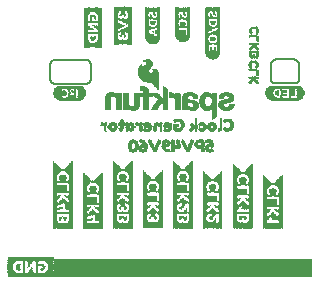
<source format=gbo>
G75*
%MOIN*%
%OFA0B0*%
%FSLAX25Y25*%
%IPPOS*%
%LPD*%
%AMOC8*
5,1,8,0,0,1.08239X$1,22.5*
%
%ADD10R,0.86100X0.06400*%
%ADD11C,0.00800*%
%ADD12C,0.00300*%
%ADD13R,0.00630X0.00157*%
%ADD14R,0.00787X0.00157*%
%ADD15R,0.00945X0.00157*%
%ADD16R,0.01102X0.00157*%
%ADD17R,0.01732X0.00157*%
%ADD18R,0.01890X0.00157*%
%ADD19R,0.00472X0.00157*%
%ADD20R,0.02362X0.00157*%
%ADD21R,0.02520X0.00157*%
%ADD22R,0.02835X0.00157*%
%ADD23R,0.02992X0.00157*%
%ADD24R,0.03150X0.00157*%
%ADD25R,0.03307X0.00157*%
%ADD26R,0.01575X0.00157*%
%ADD27R,0.00315X0.00157*%
%ADD28R,0.01417X0.00157*%
%ADD29R,0.01260X0.00157*%
%ADD30R,0.00157X0.00157*%
%ADD31R,0.02047X0.00157*%
%ADD32R,0.02205X0.00157*%
%ADD33R,0.02677X0.00157*%
%ADD34R,0.03465X0.00157*%
%ADD35R,0.00157X0.12520*%
%ADD36R,0.00118X0.12520*%
%ADD37R,0.00118X0.02480*%
%ADD38R,0.00118X0.06220*%
%ADD39R,0.00157X0.02047*%
%ADD40R,0.00157X0.00945*%
%ADD41R,0.00118X0.01929*%
%ADD42R,0.00118X0.00709*%
%ADD43R,0.00118X0.02047*%
%ADD44R,0.00157X0.01772*%
%ADD45R,0.00157X0.00551*%
%ADD46R,0.00157X0.01811*%
%ADD47R,0.00118X0.01654*%
%ADD48R,0.00118X0.00433*%
%ADD49R,0.00118X0.01811*%
%ADD50R,0.00157X0.01654*%
%ADD51R,0.00118X0.00276*%
%ADD52R,0.00118X0.00394*%
%ADD53R,0.00118X0.01496*%
%ADD54R,0.00118X0.00551*%
%ADD55R,0.00157X0.00669*%
%ADD56R,0.00157X0.01378*%
%ADD57R,0.00157X0.00709*%
%ADD58R,0.00157X0.01496*%
%ADD59R,0.00118X0.00984*%
%ADD60R,0.00118X0.01260*%
%ADD61R,0.00157X0.01929*%
%ADD62R,0.00157X0.01102*%
%ADD63R,0.00118X0.00827*%
%ADD64R,0.00118X0.00945*%
%ADD65R,0.00157X0.02480*%
%ADD66R,0.00157X0.00984*%
%ADD67R,0.00118X0.01102*%
%ADD68R,0.00118X0.01772*%
%ADD69R,0.00157X0.01260*%
%ADD70R,0.00157X0.00394*%
%ADD71R,0.00157X0.02087*%
%ADD72R,0.00118X0.03031*%
%ADD73R,0.00118X0.00157*%
%ADD74R,0.00118X0.02638*%
%ADD75R,0.00157X0.01220*%
%ADD76R,0.00118X0.01220*%
%ADD77R,0.00118X0.00669*%
%ADD78R,0.00118X0.01378*%
%ADD79R,0.00157X0.02205*%
%ADD80R,0.00118X0.02205*%
%ADD81R,0.00157X0.13386*%
%ADD82R,0.00118X0.13386*%
%ADD83R,0.00118X0.02913*%
%ADD84R,0.00118X0.09646*%
%ADD85R,0.00157X0.02638*%
%ADD86R,0.00118X0.02362*%
%ADD87R,0.00157X0.00433*%
%ADD88R,0.00118X0.02087*%
%ADD89R,0.00157X0.00827*%
%ADD90R,0.00157X0.01535*%
%ADD91R,0.00118X0.01535*%
%ADD92R,0.00157X0.00276*%
%ADD93R,0.00118X0.00118*%
%ADD94R,0.00118X0.02756*%
%ADD95R,0.00118X0.09685*%
%ADD96R,0.00118X0.10039*%
%ADD97R,0.00079X0.10276*%
%ADD98R,0.00157X0.10512*%
%ADD99R,0.00118X0.10630*%
%ADD100R,0.00118X0.10748*%
%ADD101R,0.00079X0.10866*%
%ADD102R,0.00118X0.02126*%
%ADD103R,0.00118X0.05315*%
%ADD104R,0.00157X0.03661*%
%ADD105R,0.00118X0.01299*%
%ADD106R,0.00118X0.00472*%
%ADD107R,0.00118X0.03661*%
%ADD108R,0.00118X0.00354*%
%ADD109R,0.00118X0.00236*%
%ADD110R,0.00157X0.01417*%
%ADD111R,0.00157X0.00236*%
%ADD112R,0.00157X0.03780*%
%ADD113R,0.00118X0.01417*%
%ADD114R,0.00118X0.03780*%
%ADD115R,0.00118X0.01181*%
%ADD116R,0.00118X0.00591*%
%ADD117R,0.00118X0.03898*%
%ADD118R,0.00157X0.02008*%
%ADD119R,0.00157X0.03898*%
%ADD120R,0.00157X0.00354*%
%ADD121R,0.00157X0.02126*%
%ADD122R,0.00118X0.02008*%
%ADD123R,0.00157X0.02717*%
%ADD124R,0.00118X0.01063*%
%ADD125R,0.00157X0.01299*%
%ADD126R,0.00157X0.00591*%
%ADD127R,0.00118X0.02244*%
%ADD128R,0.00118X0.01890*%
%ADD129R,0.00118X0.10866*%
%ADD130R,0.00118X0.10512*%
%ADD131R,0.00118X0.10276*%
%ADD132R,0.00118X0.15591*%
%ADD133R,0.00118X0.15945*%
%ADD134R,0.00079X0.16181*%
%ADD135R,0.00157X0.16417*%
%ADD136R,0.00118X0.16535*%
%ADD137R,0.00118X0.16654*%
%ADD138R,0.00079X0.08268*%
%ADD139R,0.00079X0.08150*%
%ADD140R,0.00118X0.05551*%
%ADD141R,0.00118X0.06024*%
%ADD142R,0.00157X0.01890*%
%ADD143R,0.00157X0.02598*%
%ADD144R,0.00157X0.01063*%
%ADD145R,0.00157X0.02244*%
%ADD146R,0.00157X0.00472*%
%ADD147R,0.00118X0.04134*%
%ADD148R,0.00118X0.04252*%
%ADD149R,0.00157X0.01181*%
%ADD150R,0.00157X0.04252*%
%ADD151R,0.00118X0.03071*%
%ADD152R,0.00157X0.02953*%
%ADD153R,0.00157X0.02835*%
%ADD154R,0.00118X0.04016*%
%ADD155R,0.00118X0.02598*%
%ADD156R,0.00118X0.06850*%
%ADD157R,0.00118X0.09331*%
%ADD158R,0.00118X0.07087*%
%ADD159R,0.00118X0.16417*%
%ADD160R,0.00118X0.16181*%
%ADD161R,0.00118X0.10394*%
%ADD162R,0.00079X0.10984*%
%ADD163R,0.00157X0.11220*%
%ADD164R,0.00118X0.11339*%
%ADD165R,0.00118X0.11457*%
%ADD166R,0.00079X0.11575*%
%ADD167R,0.00118X0.08976*%
%ADD168R,0.00157X0.02362*%
%ADD169R,0.00157X0.03425*%
%ADD170R,0.00118X0.03307*%
%ADD171R,0.00118X0.03425*%
%ADD172R,0.00157X0.03307*%
%ADD173R,0.00118X0.03189*%
%ADD174R,0.00157X0.03071*%
%ADD175R,0.00118X0.02953*%
%ADD176R,0.00118X0.02835*%
%ADD177R,0.00118X0.11575*%
%ADD178R,0.00118X0.11220*%
%ADD179R,0.00118X0.10984*%
%ADD180R,0.07205X0.00118*%
%ADD181R,0.07913X0.00118*%
%ADD182R,0.08386X0.00079*%
%ADD183R,0.08858X0.00157*%
%ADD184R,0.09094X0.00118*%
%ADD185R,0.09331X0.00118*%
%ADD186R,0.09567X0.00079*%
%ADD187R,0.03661X0.00118*%
%ADD188R,0.02126X0.00118*%
%ADD189R,0.02953X0.00118*%
%ADD190R,0.02244X0.00157*%
%ADD191R,0.00591X0.00157*%
%ADD192R,0.01535X0.00157*%
%ADD193R,0.02598X0.00157*%
%ADD194R,0.02244X0.00118*%
%ADD195R,0.00472X0.00118*%
%ADD196R,0.01181X0.00118*%
%ADD197R,0.02362X0.00118*%
%ADD198R,0.00945X0.00118*%
%ADD199R,0.00354X0.00118*%
%ADD200R,0.00827X0.00118*%
%ADD201R,0.02480X0.00157*%
%ADD202R,0.00354X0.00157*%
%ADD203R,0.00236X0.00157*%
%ADD204R,0.02480X0.00118*%
%ADD205R,0.02598X0.00118*%
%ADD206R,0.01063X0.00118*%
%ADD207R,0.02835X0.00118*%
%ADD208R,0.04252X0.00157*%
%ADD209R,0.04370X0.00118*%
%ADD210R,0.00591X0.00118*%
%ADD211R,0.04488X0.00118*%
%ADD212R,0.00709X0.00157*%
%ADD213R,0.04488X0.00157*%
%ADD214R,0.00236X0.00118*%
%ADD215R,0.04370X0.00157*%
%ADD216R,0.04252X0.00118*%
%ADD217R,0.02717X0.00118*%
%ADD218R,0.03071X0.00157*%
%ADD219R,0.03425X0.00118*%
%ADD220R,0.09567X0.00118*%
%ADD221R,0.08858X0.00118*%
%ADD222R,0.08386X0.00118*%
%ADD223R,0.10039X0.00118*%
%ADD224R,0.10512X0.00079*%
%ADD225R,0.10984X0.00157*%
%ADD226R,0.11220X0.00118*%
%ADD227R,0.11457X0.00118*%
%ADD228R,0.11693X0.00079*%
%ADD229R,0.11929X0.00118*%
%ADD230R,0.01890X0.00118*%
%ADD231R,0.01772X0.00118*%
%ADD232R,0.01772X0.00157*%
%ADD233R,0.02717X0.00157*%
%ADD234R,0.02008X0.00118*%
%ADD235R,0.00709X0.00118*%
%ADD236R,0.02008X0.00157*%
%ADD237R,0.01063X0.00157*%
%ADD238R,0.00827X0.00157*%
%ADD239R,0.01181X0.00157*%
%ADD240R,0.02953X0.00157*%
%ADD241R,0.03071X0.00118*%
%ADD242R,0.11693X0.00118*%
%ADD243R,0.10984X0.00118*%
%ADD244R,0.10512X0.00118*%
%ADD245R,0.00157X0.21575*%
%ADD246R,0.00157X0.21417*%
%ADD247R,0.00157X0.21260*%
%ADD248R,0.00157X0.21102*%
%ADD249R,0.00157X0.20945*%
%ADD250R,0.00157X0.20787*%
%ADD251R,0.00157X0.20630*%
%ADD252R,0.00157X0.04094*%
%ADD253R,0.00157X0.07244*%
%ADD254R,0.00157X0.08189*%
%ADD255R,0.00157X0.03465*%
%ADD256R,0.00157X0.02520*%
%ADD257R,0.00157X0.01732*%
%ADD258R,0.00157X0.02992*%
%ADD259R,0.00157X0.00630*%
%ADD260R,0.00157X0.00315*%
%ADD261R,0.00157X0.00787*%
%ADD262R,0.00157X0.01575*%
%ADD263R,0.00157X0.02677*%
%ADD264R,0.00157X0.03150*%
%ADD265R,0.00157X0.03622*%
%ADD266R,0.00157X0.22520*%
%ADD267R,0.00157X0.22362*%
%ADD268R,0.00157X0.22205*%
%ADD269R,0.00157X0.22047*%
%ADD270R,0.00157X0.21890*%
%ADD271R,0.00157X0.21732*%
%ADD272R,0.00157X0.06614*%
%ADD273R,0.00157X0.06457*%
%ADD274R,0.00157X0.07402*%
%ADD275R,0.00157X0.07559*%
%ADD276R,0.00157X0.17795*%
%ADD277R,0.00157X0.17638*%
%ADD278R,0.00157X0.17480*%
%ADD279R,0.00157X0.17323*%
%ADD280R,0.00157X0.17165*%
%ADD281R,0.00157X0.17008*%
%ADD282R,0.00157X0.16850*%
%ADD283R,0.00157X0.04567*%
%ADD284R,0.00157X0.19055*%
%ADD285R,0.00157X0.18898*%
%ADD286R,0.00157X0.18740*%
%ADD287R,0.00157X0.18583*%
%ADD288R,0.00157X0.18425*%
%ADD289R,0.00157X0.18268*%
%ADD290R,0.00157X0.18110*%
%ADD291R,0.00157X0.17953*%
%ADD292R,0.00157X0.05512*%
%ADD293R,0.15276X0.00157*%
%ADD294R,0.11024X0.00157*%
D10*
X0176083Y0068000D03*
D11*
X0207233Y0129400D02*
X0213233Y0129400D01*
X0213316Y0129402D01*
X0213399Y0129408D01*
X0213482Y0129417D01*
X0213564Y0129431D01*
X0213645Y0129448D01*
X0213726Y0129469D01*
X0213805Y0129493D01*
X0213883Y0129522D01*
X0213960Y0129553D01*
X0214035Y0129589D01*
X0214109Y0129627D01*
X0214181Y0129670D01*
X0214250Y0129715D01*
X0214318Y0129764D01*
X0214383Y0129815D01*
X0214446Y0129870D01*
X0214506Y0129927D01*
X0214563Y0129987D01*
X0214618Y0130050D01*
X0214669Y0130115D01*
X0214718Y0130183D01*
X0214763Y0130252D01*
X0214806Y0130324D01*
X0214844Y0130398D01*
X0214880Y0130473D01*
X0214911Y0130550D01*
X0214940Y0130628D01*
X0214964Y0130707D01*
X0214985Y0130788D01*
X0215002Y0130869D01*
X0215016Y0130951D01*
X0215025Y0131034D01*
X0215031Y0131117D01*
X0215033Y0131200D01*
X0215033Y0135600D01*
X0215031Y0135683D01*
X0215025Y0135766D01*
X0215016Y0135849D01*
X0215002Y0135931D01*
X0214985Y0136012D01*
X0214964Y0136093D01*
X0214940Y0136172D01*
X0214911Y0136250D01*
X0214880Y0136327D01*
X0214844Y0136402D01*
X0214806Y0136476D01*
X0214763Y0136548D01*
X0214718Y0136617D01*
X0214669Y0136685D01*
X0214618Y0136750D01*
X0214563Y0136813D01*
X0214506Y0136873D01*
X0214446Y0136930D01*
X0214383Y0136985D01*
X0214318Y0137036D01*
X0214250Y0137085D01*
X0214181Y0137130D01*
X0214109Y0137173D01*
X0214035Y0137211D01*
X0213960Y0137247D01*
X0213883Y0137278D01*
X0213805Y0137307D01*
X0213726Y0137331D01*
X0213645Y0137352D01*
X0213564Y0137369D01*
X0213482Y0137383D01*
X0213399Y0137392D01*
X0213316Y0137398D01*
X0213233Y0137400D01*
X0207233Y0137400D01*
X0207150Y0137398D01*
X0207067Y0137392D01*
X0206984Y0137383D01*
X0206902Y0137369D01*
X0206821Y0137352D01*
X0206740Y0137331D01*
X0206661Y0137307D01*
X0206583Y0137278D01*
X0206506Y0137247D01*
X0206431Y0137211D01*
X0206357Y0137173D01*
X0206285Y0137130D01*
X0206216Y0137085D01*
X0206148Y0137036D01*
X0206083Y0136985D01*
X0206020Y0136930D01*
X0205960Y0136873D01*
X0205903Y0136813D01*
X0205848Y0136750D01*
X0205797Y0136685D01*
X0205748Y0136617D01*
X0205703Y0136548D01*
X0205660Y0136476D01*
X0205622Y0136402D01*
X0205586Y0136327D01*
X0205555Y0136250D01*
X0205526Y0136172D01*
X0205502Y0136093D01*
X0205481Y0136012D01*
X0205464Y0135931D01*
X0205450Y0135849D01*
X0205441Y0135766D01*
X0205435Y0135683D01*
X0205433Y0135600D01*
X0205433Y0131200D01*
X0205435Y0131117D01*
X0205441Y0131034D01*
X0205450Y0130951D01*
X0205464Y0130869D01*
X0205481Y0130788D01*
X0205502Y0130707D01*
X0205526Y0130628D01*
X0205555Y0130550D01*
X0205586Y0130473D01*
X0205622Y0130398D01*
X0205660Y0130324D01*
X0205703Y0130252D01*
X0205748Y0130183D01*
X0205797Y0130115D01*
X0205848Y0130050D01*
X0205903Y0129987D01*
X0205960Y0129927D01*
X0206020Y0129870D01*
X0206083Y0129815D01*
X0206148Y0129764D01*
X0206216Y0129715D01*
X0206285Y0129670D01*
X0206357Y0129627D01*
X0206431Y0129589D01*
X0206506Y0129553D01*
X0206583Y0129522D01*
X0206661Y0129493D01*
X0206740Y0129469D01*
X0206821Y0129448D01*
X0206902Y0129431D01*
X0206984Y0129417D01*
X0207067Y0129408D01*
X0207150Y0129402D01*
X0207233Y0129400D01*
X0145533Y0131100D02*
X0145533Y0135500D01*
X0145531Y0135583D01*
X0145525Y0135666D01*
X0145516Y0135749D01*
X0145502Y0135831D01*
X0145485Y0135912D01*
X0145464Y0135993D01*
X0145440Y0136072D01*
X0145411Y0136150D01*
X0145380Y0136227D01*
X0145344Y0136302D01*
X0145306Y0136376D01*
X0145263Y0136448D01*
X0145218Y0136517D01*
X0145169Y0136585D01*
X0145118Y0136650D01*
X0145063Y0136713D01*
X0145006Y0136773D01*
X0144946Y0136830D01*
X0144883Y0136885D01*
X0144818Y0136936D01*
X0144750Y0136985D01*
X0144681Y0137030D01*
X0144609Y0137073D01*
X0144535Y0137111D01*
X0144460Y0137147D01*
X0144383Y0137178D01*
X0144305Y0137207D01*
X0144226Y0137231D01*
X0144145Y0137252D01*
X0144064Y0137269D01*
X0143982Y0137283D01*
X0143899Y0137292D01*
X0143816Y0137298D01*
X0143733Y0137300D01*
X0133733Y0137300D01*
X0133650Y0137298D01*
X0133567Y0137292D01*
X0133484Y0137283D01*
X0133402Y0137269D01*
X0133321Y0137252D01*
X0133240Y0137231D01*
X0133161Y0137207D01*
X0133083Y0137178D01*
X0133006Y0137147D01*
X0132931Y0137111D01*
X0132857Y0137073D01*
X0132785Y0137030D01*
X0132716Y0136985D01*
X0132648Y0136936D01*
X0132583Y0136885D01*
X0132520Y0136830D01*
X0132460Y0136773D01*
X0132403Y0136713D01*
X0132348Y0136650D01*
X0132297Y0136585D01*
X0132248Y0136517D01*
X0132203Y0136448D01*
X0132160Y0136376D01*
X0132122Y0136302D01*
X0132086Y0136227D01*
X0132055Y0136150D01*
X0132026Y0136072D01*
X0132002Y0135993D01*
X0131981Y0135912D01*
X0131964Y0135831D01*
X0131950Y0135749D01*
X0131941Y0135666D01*
X0131935Y0135583D01*
X0131933Y0135500D01*
X0131933Y0131100D01*
X0131935Y0131017D01*
X0131941Y0130934D01*
X0131950Y0130851D01*
X0131964Y0130769D01*
X0131981Y0130688D01*
X0132002Y0130607D01*
X0132026Y0130528D01*
X0132055Y0130450D01*
X0132086Y0130373D01*
X0132122Y0130298D01*
X0132160Y0130224D01*
X0132203Y0130152D01*
X0132248Y0130083D01*
X0132297Y0130015D01*
X0132348Y0129950D01*
X0132403Y0129887D01*
X0132460Y0129827D01*
X0132520Y0129770D01*
X0132583Y0129715D01*
X0132648Y0129664D01*
X0132716Y0129615D01*
X0132785Y0129570D01*
X0132857Y0129527D01*
X0132931Y0129489D01*
X0133006Y0129453D01*
X0133083Y0129422D01*
X0133161Y0129393D01*
X0133240Y0129369D01*
X0133321Y0129348D01*
X0133402Y0129331D01*
X0133484Y0129317D01*
X0133567Y0129308D01*
X0133650Y0129302D01*
X0133733Y0129300D01*
X0143733Y0129300D01*
X0143816Y0129302D01*
X0143899Y0129308D01*
X0143982Y0129317D01*
X0144064Y0129331D01*
X0144145Y0129348D01*
X0144226Y0129369D01*
X0144305Y0129393D01*
X0144383Y0129422D01*
X0144460Y0129453D01*
X0144535Y0129489D01*
X0144609Y0129527D01*
X0144681Y0129570D01*
X0144750Y0129615D01*
X0144818Y0129664D01*
X0144883Y0129715D01*
X0144946Y0129770D01*
X0145006Y0129827D01*
X0145063Y0129887D01*
X0145118Y0129950D01*
X0145169Y0130015D01*
X0145218Y0130083D01*
X0145263Y0130152D01*
X0145306Y0130224D01*
X0145344Y0130298D01*
X0145380Y0130373D01*
X0145411Y0130450D01*
X0145440Y0130528D01*
X0145464Y0130607D01*
X0145485Y0130688D01*
X0145502Y0130769D01*
X0145516Y0130851D01*
X0145525Y0130934D01*
X0145531Y0131017D01*
X0145533Y0131100D01*
D12*
X0150660Y0125780D02*
X0150463Y0125465D01*
X0150345Y0125071D01*
X0150266Y0124638D01*
X0150227Y0124126D01*
X0150227Y0120701D01*
X0151762Y0120701D01*
X0151762Y0123850D01*
X0151802Y0124165D01*
X0151841Y0124441D01*
X0151881Y0124677D01*
X0151999Y0124874D01*
X0152117Y0125031D01*
X0152314Y0125150D01*
X0152510Y0125189D01*
X0152747Y0125228D01*
X0153062Y0125189D01*
X0153298Y0125150D01*
X0153495Y0125031D01*
X0153652Y0124835D01*
X0153770Y0124638D01*
X0153888Y0124362D01*
X0153928Y0124008D01*
X0153928Y0120701D01*
X0155463Y0120701D01*
X0155463Y0126291D01*
X0154007Y0126291D01*
X0154007Y0125504D01*
X0153967Y0125504D01*
X0153810Y0125740D01*
X0153652Y0125898D01*
X0153455Y0126055D01*
X0153219Y0126213D01*
X0152747Y0126370D01*
X0152510Y0126409D01*
X0152274Y0126409D01*
X0151723Y0126370D01*
X0151290Y0126252D01*
X0150936Y0126055D01*
X0150660Y0125780D01*
X0150603Y0125687D02*
X0153845Y0125687D01*
X0154007Y0125687D02*
X0155463Y0125687D01*
X0155463Y0125389D02*
X0150441Y0125389D01*
X0150351Y0125090D02*
X0152215Y0125090D01*
X0151949Y0124792D02*
X0150294Y0124792D01*
X0150255Y0124493D02*
X0151850Y0124493D01*
X0151806Y0124195D02*
X0150232Y0124195D01*
X0150227Y0123896D02*
X0151768Y0123896D01*
X0151762Y0123598D02*
X0150227Y0123598D01*
X0150227Y0123299D02*
X0151762Y0123299D01*
X0151762Y0123001D02*
X0150227Y0123001D01*
X0150227Y0122702D02*
X0151762Y0122702D01*
X0151762Y0122404D02*
X0150227Y0122404D01*
X0150227Y0122105D02*
X0151762Y0122105D01*
X0151762Y0121807D02*
X0150227Y0121807D01*
X0150227Y0121508D02*
X0151762Y0121508D01*
X0151762Y0121210D02*
X0150227Y0121210D01*
X0150227Y0120911D02*
X0151762Y0120911D01*
X0153928Y0120911D02*
X0155463Y0120911D01*
X0155463Y0121210D02*
X0153928Y0121210D01*
X0153928Y0121508D02*
X0155463Y0121508D01*
X0155463Y0121807D02*
X0153928Y0121807D01*
X0153928Y0122105D02*
X0155463Y0122105D01*
X0155463Y0122404D02*
X0153928Y0122404D01*
X0153928Y0122702D02*
X0155463Y0122702D01*
X0155463Y0123001D02*
X0153928Y0123001D01*
X0153928Y0123299D02*
X0155463Y0123299D01*
X0155463Y0123598D02*
X0153928Y0123598D01*
X0153928Y0123896D02*
X0155463Y0123896D01*
X0155463Y0124195D02*
X0153907Y0124195D01*
X0153832Y0124493D02*
X0155463Y0124493D01*
X0155463Y0124792D02*
X0153678Y0124792D01*
X0153397Y0125090D02*
X0155463Y0125090D01*
X0156290Y0125090D02*
X0157825Y0125090D01*
X0157825Y0124792D02*
X0156290Y0124792D01*
X0156290Y0124493D02*
X0157825Y0124493D01*
X0157825Y0124195D02*
X0156290Y0124195D01*
X0156290Y0123896D02*
X0157825Y0123896D01*
X0157825Y0123598D02*
X0156290Y0123598D01*
X0156290Y0123299D02*
X0157825Y0123299D01*
X0157825Y0123001D02*
X0156290Y0123001D01*
X0156290Y0122702D02*
X0157856Y0122702D01*
X0157865Y0122630D02*
X0157825Y0122945D01*
X0157825Y0126291D01*
X0156290Y0126291D01*
X0156290Y0120701D01*
X0157747Y0120701D01*
X0157747Y0121488D01*
X0157786Y0121488D01*
X0157944Y0121252D01*
X0158101Y0121055D01*
X0158298Y0120898D01*
X0158534Y0120780D01*
X0158731Y0120701D01*
X0158967Y0120622D01*
X0159243Y0120583D01*
X0159479Y0120543D01*
X0160030Y0120583D01*
X0160463Y0120740D01*
X0160818Y0120937D01*
X0161093Y0121173D01*
X0161290Y0121528D01*
X0161408Y0121921D01*
X0161487Y0122354D01*
X0161487Y0126291D01*
X0159991Y0126291D01*
X0159991Y0123142D01*
X0159912Y0122512D01*
X0159873Y0122276D01*
X0159636Y0121961D01*
X0159440Y0121843D01*
X0159243Y0121803D01*
X0159007Y0121764D01*
X0158692Y0121803D01*
X0158455Y0121843D01*
X0158259Y0121961D01*
X0158101Y0122118D01*
X0157983Y0122354D01*
X0157865Y0122630D01*
X0157962Y0122404D02*
X0156290Y0122404D01*
X0156290Y0122105D02*
X0158114Y0122105D01*
X0158670Y0121807D02*
X0156290Y0121807D01*
X0156290Y0121508D02*
X0161279Y0121508D01*
X0161374Y0121807D02*
X0159261Y0121807D01*
X0159745Y0122105D02*
X0161442Y0122105D01*
X0161487Y0122404D02*
X0159894Y0122404D01*
X0159936Y0122702D02*
X0161487Y0122702D01*
X0161487Y0123001D02*
X0159973Y0123001D01*
X0159991Y0123299D02*
X0161487Y0123299D01*
X0161487Y0123598D02*
X0159991Y0123598D01*
X0159991Y0123896D02*
X0161487Y0123896D01*
X0161487Y0124195D02*
X0159991Y0124195D01*
X0159991Y0124493D02*
X0161487Y0124493D01*
X0161487Y0124792D02*
X0159991Y0124792D01*
X0159991Y0125090D02*
X0161487Y0125090D01*
X0161487Y0125389D02*
X0159991Y0125389D01*
X0159991Y0125687D02*
X0161487Y0125687D01*
X0161487Y0125986D02*
X0159991Y0125986D01*
X0159991Y0126284D02*
X0161487Y0126284D01*
X0161959Y0126284D02*
X0164996Y0126284D01*
X0164991Y0126291D02*
X0164518Y0126291D01*
X0164518Y0127079D01*
X0164400Y0127394D01*
X0164282Y0127669D01*
X0164085Y0127906D01*
X0163810Y0128102D01*
X0163495Y0128260D01*
X0163101Y0128378D01*
X0161959Y0128378D01*
X0161881Y0128339D01*
X0161881Y0127236D01*
X0162550Y0127236D01*
X0162707Y0127197D01*
X0162865Y0127118D01*
X0162944Y0127000D01*
X0162983Y0126921D01*
X0162983Y0126764D01*
X0163022Y0126606D01*
X0163022Y0126291D01*
X0161959Y0126291D01*
X0161959Y0125268D01*
X0163022Y0125268D01*
X0163022Y0120701D01*
X0164518Y0120701D01*
X0164518Y0125268D01*
X0166054Y0125268D01*
X0165896Y0125386D01*
X0165266Y0126016D01*
X0165109Y0126134D01*
X0164991Y0126291D01*
X0165296Y0125986D02*
X0161959Y0125986D01*
X0161959Y0125687D02*
X0165595Y0125687D01*
X0165893Y0125389D02*
X0161959Y0125389D01*
X0163022Y0125090D02*
X0164518Y0125090D01*
X0164518Y0124792D02*
X0163022Y0124792D01*
X0163022Y0124493D02*
X0164518Y0124493D01*
X0164518Y0124195D02*
X0163022Y0124195D01*
X0163022Y0123896D02*
X0164518Y0123896D01*
X0164518Y0123598D02*
X0163022Y0123598D01*
X0163022Y0123299D02*
X0164518Y0123299D01*
X0164518Y0123001D02*
X0163022Y0123001D01*
X0163022Y0122702D02*
X0164518Y0122702D01*
X0164518Y0122404D02*
X0163022Y0122404D01*
X0163022Y0122105D02*
X0164518Y0122105D01*
X0164518Y0121807D02*
X0163022Y0121807D01*
X0163022Y0121508D02*
X0164518Y0121508D01*
X0164518Y0121210D02*
X0163022Y0121210D01*
X0163022Y0120911D02*
X0164518Y0120911D01*
X0165463Y0120701D02*
X0167314Y0120701D01*
X0168849Y0123181D01*
X0169440Y0122630D01*
X0169440Y0120701D01*
X0170975Y0120701D01*
X0170975Y0127551D01*
X0169440Y0128378D01*
X0169440Y0124283D01*
X0167510Y0126291D01*
X0165699Y0126291D01*
X0167786Y0124244D01*
X0165463Y0120701D01*
X0165601Y0120911D02*
X0167444Y0120911D01*
X0167629Y0121210D02*
X0165797Y0121210D01*
X0165993Y0121508D02*
X0167813Y0121508D01*
X0167998Y0121807D02*
X0166188Y0121807D01*
X0166384Y0122105D02*
X0168183Y0122105D01*
X0168368Y0122404D02*
X0166580Y0122404D01*
X0166775Y0122702D02*
X0168553Y0122702D01*
X0168737Y0123001D02*
X0166971Y0123001D01*
X0167167Y0123299D02*
X0170975Y0123299D01*
X0170975Y0123001D02*
X0169042Y0123001D01*
X0169362Y0122702D02*
X0170975Y0122702D01*
X0170975Y0122404D02*
X0169440Y0122404D01*
X0169440Y0122105D02*
X0170975Y0122105D01*
X0170975Y0121807D02*
X0169440Y0121807D01*
X0169440Y0121508D02*
X0170975Y0121508D01*
X0170975Y0121210D02*
X0169440Y0121210D01*
X0169440Y0120911D02*
X0170975Y0120911D01*
X0173613Y0120911D02*
X0175148Y0120911D01*
X0175148Y0120701D02*
X0175148Y0126016D01*
X0174951Y0126055D01*
X0174794Y0126094D01*
X0174597Y0126094D01*
X0174400Y0126134D01*
X0174243Y0126173D01*
X0173849Y0126252D01*
X0173692Y0126291D01*
X0173692Y0125228D01*
X0173534Y0125504D01*
X0173377Y0125701D01*
X0173180Y0125937D01*
X0172983Y0126094D01*
X0172707Y0126252D01*
X0172471Y0126331D01*
X0172196Y0126409D01*
X0171644Y0126409D01*
X0171605Y0126370D01*
X0171566Y0126370D01*
X0171566Y0124953D01*
X0171605Y0124953D01*
X0171684Y0124992D01*
X0172117Y0124992D01*
X0172510Y0124953D01*
X0172825Y0124874D01*
X0173101Y0124717D01*
X0173298Y0124480D01*
X0173455Y0124205D01*
X0173534Y0123929D01*
X0173613Y0123575D01*
X0173613Y0120701D01*
X0175148Y0120701D01*
X0175148Y0121210D02*
X0173613Y0121210D01*
X0173613Y0121508D02*
X0175148Y0121508D01*
X0175148Y0121807D02*
X0173613Y0121807D01*
X0173613Y0122105D02*
X0175148Y0122105D01*
X0175148Y0122404D02*
X0173613Y0122404D01*
X0173613Y0122702D02*
X0175148Y0122702D01*
X0175148Y0123001D02*
X0173613Y0123001D01*
X0173613Y0123299D02*
X0175148Y0123299D01*
X0175148Y0123598D02*
X0173608Y0123598D01*
X0173541Y0123896D02*
X0175148Y0123896D01*
X0175148Y0124195D02*
X0173458Y0124195D01*
X0173287Y0124493D02*
X0175148Y0124493D01*
X0175148Y0124792D02*
X0172969Y0124792D01*
X0173600Y0125389D02*
X0171566Y0125389D01*
X0171566Y0125687D02*
X0173387Y0125687D01*
X0173692Y0125687D02*
X0175148Y0125687D01*
X0175148Y0125389D02*
X0173692Y0125389D01*
X0173692Y0125986D02*
X0175148Y0125986D01*
X0175148Y0125090D02*
X0171566Y0125090D01*
X0170975Y0125090D02*
X0169440Y0125090D01*
X0169440Y0124792D02*
X0170975Y0124792D01*
X0170975Y0124493D02*
X0169440Y0124493D01*
X0169238Y0124493D02*
X0167532Y0124493D01*
X0167754Y0124195D02*
X0170975Y0124195D01*
X0170975Y0123896D02*
X0167558Y0123896D01*
X0167362Y0123598D02*
X0170975Y0123598D01*
X0170975Y0125389D02*
X0169440Y0125389D01*
X0169440Y0125687D02*
X0170975Y0125687D01*
X0170975Y0125986D02*
X0169440Y0125986D01*
X0169440Y0126284D02*
X0170975Y0126284D01*
X0170975Y0126583D02*
X0169440Y0126583D01*
X0169440Y0126881D02*
X0170975Y0126881D01*
X0170975Y0127180D02*
X0169440Y0127180D01*
X0169440Y0127478D02*
X0170975Y0127478D01*
X0170556Y0127777D02*
X0169440Y0127777D01*
X0169440Y0128075D02*
X0170001Y0128075D01*
X0169447Y0128374D02*
X0169440Y0128374D01*
X0167825Y0128374D02*
X0166963Y0128374D01*
X0167077Y0128260D02*
X0166841Y0128496D01*
X0166644Y0128772D01*
X0166133Y0129283D01*
X0165936Y0129520D01*
X0165542Y0129835D01*
X0165345Y0129953D01*
X0165109Y0129992D01*
X0164361Y0129992D01*
X0163888Y0130071D01*
X0163455Y0130189D01*
X0163062Y0130346D01*
X0162668Y0130583D01*
X0162353Y0130858D01*
X0162038Y0131173D01*
X0161762Y0131528D01*
X0161369Y0132236D01*
X0161172Y0132945D01*
X0161133Y0133654D01*
X0161251Y0134283D01*
X0161448Y0134835D01*
X0161723Y0135307D01*
X0162038Y0135661D01*
X0162353Y0135819D01*
X0162353Y0135504D01*
X0162432Y0135268D01*
X0162550Y0135189D01*
X0162668Y0135150D01*
X0162944Y0135150D01*
X0163259Y0135307D01*
X0163377Y0135386D01*
X0163534Y0135504D01*
X0163652Y0135583D01*
X0163770Y0135701D01*
X0163849Y0135858D01*
X0163928Y0135976D01*
X0163967Y0136134D01*
X0164007Y0136252D01*
X0163967Y0136370D01*
X0163928Y0136449D01*
X0163888Y0136567D01*
X0163810Y0136685D01*
X0163652Y0136803D01*
X0163495Y0136882D01*
X0163298Y0136921D01*
X0163140Y0136961D01*
X0163022Y0136961D01*
X0162904Y0136921D01*
X0162786Y0136921D01*
X0162825Y0136961D01*
X0162983Y0137079D01*
X0163219Y0137197D01*
X0163534Y0137315D01*
X0163888Y0137433D01*
X0164282Y0137433D01*
X0164715Y0137354D01*
X0165148Y0137118D01*
X0165503Y0136803D01*
X0165699Y0136528D01*
X0165818Y0136173D01*
X0165818Y0135858D01*
X0165739Y0135504D01*
X0165542Y0135150D01*
X0165266Y0134835D01*
X0164951Y0134480D01*
X0164676Y0134165D01*
X0164558Y0133890D01*
X0164558Y0133614D01*
X0164636Y0133378D01*
X0164794Y0133181D01*
X0165030Y0133024D01*
X0165345Y0132945D01*
X0165660Y0132945D01*
X0165857Y0132984D01*
X0166054Y0133063D01*
X0166172Y0133142D01*
X0166290Y0133260D01*
X0166369Y0133417D01*
X0166408Y0133535D01*
X0166408Y0133654D01*
X0166369Y0133772D01*
X0166290Y0133890D01*
X0166133Y0134047D01*
X0166014Y0134087D01*
X0165857Y0134165D01*
X0165818Y0134205D01*
X0165896Y0134244D01*
X0165975Y0134244D01*
X0166133Y0134283D01*
X0166448Y0134283D01*
X0166684Y0134244D01*
X0167077Y0134087D01*
X0167235Y0133969D01*
X0167432Y0133850D01*
X0167550Y0133654D01*
X0167668Y0133417D01*
X0167747Y0133181D01*
X0167825Y0132472D01*
X0167825Y0127433D01*
X0167786Y0127433D01*
X0167707Y0127551D01*
X0167589Y0127669D01*
X0167471Y0127827D01*
X0167274Y0128024D01*
X0167077Y0128260D01*
X0167231Y0128075D02*
X0167825Y0128075D01*
X0167825Y0127777D02*
X0167508Y0127777D01*
X0167756Y0127478D02*
X0167825Y0127478D01*
X0167825Y0128672D02*
X0166715Y0128672D01*
X0166445Y0128971D02*
X0167825Y0128971D01*
X0167825Y0129270D02*
X0166146Y0129270D01*
X0165875Y0129568D02*
X0167825Y0129568D01*
X0167825Y0129867D02*
X0165489Y0129867D01*
X0163543Y0130165D02*
X0167825Y0130165D01*
X0167825Y0130464D02*
X0162867Y0130464D01*
X0162463Y0130762D02*
X0167825Y0130762D01*
X0167825Y0131061D02*
X0162151Y0131061D01*
X0161894Y0131359D02*
X0167825Y0131359D01*
X0167825Y0131658D02*
X0161690Y0131658D01*
X0161524Y0131956D02*
X0167825Y0131956D01*
X0167825Y0132255D02*
X0161364Y0132255D01*
X0161281Y0132553D02*
X0167816Y0132553D01*
X0167783Y0132852D02*
X0161198Y0132852D01*
X0161161Y0133150D02*
X0164840Y0133150D01*
X0164613Y0133449D02*
X0161144Y0133449D01*
X0161150Y0133747D02*
X0164558Y0133747D01*
X0164625Y0134046D02*
X0161206Y0134046D01*
X0161272Y0134344D02*
X0164832Y0134344D01*
X0165096Y0134643D02*
X0161379Y0134643D01*
X0161510Y0134941D02*
X0165360Y0134941D01*
X0165592Y0135240D02*
X0163124Y0135240D01*
X0163586Y0135538D02*
X0165746Y0135538D01*
X0165813Y0135837D02*
X0163838Y0135837D01*
X0163968Y0136135D02*
X0165818Y0136135D01*
X0165731Y0136434D02*
X0163935Y0136434D01*
X0163747Y0136732D02*
X0165553Y0136732D01*
X0165247Y0137031D02*
X0162919Y0137031D01*
X0163577Y0137329D02*
X0164761Y0137329D01*
X0162353Y0135538D02*
X0161929Y0135538D01*
X0161684Y0135240D02*
X0162474Y0135240D01*
X0166134Y0134046D02*
X0167132Y0134046D01*
X0167494Y0133747D02*
X0166377Y0133747D01*
X0166379Y0133449D02*
X0167652Y0133449D01*
X0167750Y0133150D02*
X0166180Y0133150D01*
X0163847Y0128075D02*
X0161881Y0128075D01*
X0161881Y0127777D02*
X0164192Y0127777D01*
X0164364Y0127478D02*
X0161881Y0127478D01*
X0161951Y0128374D02*
X0163114Y0128374D01*
X0162741Y0127180D02*
X0164480Y0127180D01*
X0164518Y0126881D02*
X0162983Y0126881D01*
X0163022Y0126583D02*
X0164518Y0126583D01*
X0165707Y0126284D02*
X0167517Y0126284D01*
X0167804Y0125986D02*
X0166011Y0125986D01*
X0166315Y0125687D02*
X0168091Y0125687D01*
X0168378Y0125389D02*
X0166619Y0125389D01*
X0166924Y0125090D02*
X0168664Y0125090D01*
X0168951Y0124792D02*
X0167228Y0124792D01*
X0171566Y0125986D02*
X0173119Y0125986D01*
X0172610Y0126284D02*
X0171566Y0126284D01*
X0173692Y0126284D02*
X0173719Y0126284D01*
X0176102Y0125389D02*
X0180805Y0125389D01*
X0180778Y0125425D02*
X0180896Y0125268D01*
X0180975Y0125031D01*
X0181054Y0124559D01*
X0179518Y0124559D01*
X0179518Y0124756D01*
X0179479Y0124835D01*
X0179440Y0124953D01*
X0179400Y0125031D01*
X0179243Y0125189D01*
X0178849Y0125386D01*
X0178140Y0125386D01*
X0178062Y0125346D01*
X0177983Y0125346D01*
X0177747Y0125228D01*
X0177707Y0125150D01*
X0177668Y0125110D01*
X0177550Y0124874D01*
X0177550Y0124441D01*
X0177668Y0124283D01*
X0177865Y0124165D01*
X0178101Y0124087D01*
X0178377Y0124008D01*
X0178180Y0123220D01*
X0178022Y0123220D01*
X0177944Y0123260D01*
X0177865Y0123260D01*
X0177707Y0123339D01*
X0177629Y0123339D01*
X0177550Y0123417D01*
X0177550Y0122512D01*
X0177589Y0122394D01*
X0177629Y0122315D01*
X0177707Y0122079D01*
X0177786Y0122000D01*
X0177865Y0121882D01*
X0177944Y0121803D01*
X0178062Y0121724D01*
X0178219Y0121685D01*
X0178377Y0121606D01*
X0178573Y0121606D01*
X0178770Y0121567D01*
X0178967Y0121567D01*
X0179046Y0121606D01*
X0179125Y0121606D01*
X0179203Y0121646D01*
X0179282Y0121646D01*
X0179440Y0121724D01*
X0179479Y0121764D01*
X0179558Y0121803D01*
X0179597Y0121882D01*
X0179636Y0121921D01*
X0179676Y0122000D01*
X0179676Y0122079D01*
X0179715Y0122197D01*
X0179715Y0122394D01*
X0179676Y0122472D01*
X0179676Y0122551D01*
X0179558Y0122787D01*
X0179479Y0122827D01*
X0179440Y0122866D01*
X0179282Y0122945D01*
X0179243Y0122984D01*
X0179164Y0123024D01*
X0179046Y0123063D01*
X0179361Y0123890D01*
X0179715Y0123850D01*
X0180030Y0123772D01*
X0180345Y0123654D01*
X0180621Y0123496D01*
X0180896Y0123260D01*
X0181054Y0122984D01*
X0181172Y0122630D01*
X0181251Y0122197D01*
X0181211Y0122000D01*
X0181211Y0121803D01*
X0181133Y0121646D01*
X0181093Y0121449D01*
X0181014Y0121331D01*
X0180896Y0121173D01*
X0180818Y0121055D01*
X0180699Y0120937D01*
X0180542Y0120858D01*
X0180424Y0120780D01*
X0180266Y0120701D01*
X0180070Y0120622D01*
X0179912Y0120583D01*
X0179715Y0120583D01*
X0179518Y0120543D01*
X0179085Y0120543D01*
X0178967Y0120583D01*
X0178810Y0120583D01*
X0178692Y0120622D01*
X0178573Y0120622D01*
X0178101Y0120780D01*
X0177983Y0120858D01*
X0177865Y0120898D01*
X0177747Y0120976D01*
X0177668Y0121055D01*
X0177550Y0121134D01*
X0177471Y0121252D01*
X0177471Y0121016D01*
X0177432Y0120976D01*
X0177432Y0120858D01*
X0177392Y0120819D01*
X0177392Y0120780D01*
X0177353Y0120740D01*
X0177353Y0120701D01*
X0175818Y0120701D01*
X0175818Y0120740D01*
X0175857Y0120780D01*
X0175896Y0120858D01*
X0175896Y0120976D01*
X0175936Y0121055D01*
X0175936Y0121134D01*
X0175975Y0121213D01*
X0175975Y0121567D01*
X0176014Y0121646D01*
X0176014Y0125071D01*
X0176054Y0125268D01*
X0176133Y0125465D01*
X0176211Y0125622D01*
X0176329Y0125780D01*
X0176802Y0126134D01*
X0176999Y0126213D01*
X0177196Y0126252D01*
X0177392Y0126331D01*
X0177589Y0126370D01*
X0177825Y0126370D01*
X0178022Y0126409D01*
X0178928Y0126409D01*
X0179125Y0126370D01*
X0179361Y0126331D01*
X0179597Y0126252D01*
X0179794Y0126213D01*
X0179991Y0126134D01*
X0180385Y0125898D01*
X0180542Y0125780D01*
X0180660Y0125622D01*
X0180778Y0125425D01*
X0180611Y0125687D02*
X0176260Y0125687D01*
X0176605Y0125986D02*
X0180237Y0125986D01*
X0179500Y0126284D02*
X0177277Y0126284D01*
X0177658Y0125090D02*
X0176018Y0125090D01*
X0176014Y0124792D02*
X0177550Y0124792D01*
X0177550Y0124493D02*
X0176014Y0124493D01*
X0176014Y0124195D02*
X0177816Y0124195D01*
X0178377Y0124008D02*
X0178180Y0123220D01*
X0178259Y0123181D01*
X0178337Y0123181D01*
X0178455Y0123142D01*
X0178613Y0123142D01*
X0178731Y0123102D01*
X0178888Y0123102D01*
X0178967Y0123063D01*
X0179046Y0123063D01*
X0179361Y0123890D01*
X0178652Y0123969D01*
X0178377Y0124008D01*
X0178349Y0123896D02*
X0176014Y0123896D01*
X0176014Y0123598D02*
X0178274Y0123598D01*
X0179250Y0123598D01*
X0180443Y0123598D01*
X0180850Y0123299D02*
X0179136Y0123299D01*
X0178199Y0123299D01*
X0177786Y0123299D01*
X0177550Y0123299D02*
X0176014Y0123299D01*
X0176014Y0123001D02*
X0177550Y0123001D01*
X0177550Y0122702D02*
X0176014Y0122702D01*
X0176014Y0122404D02*
X0177586Y0122404D01*
X0177699Y0122105D02*
X0176014Y0122105D01*
X0176014Y0121807D02*
X0177940Y0121807D01*
X0177499Y0121210D02*
X0180924Y0121210D01*
X0181105Y0121508D02*
X0175975Y0121508D01*
X0175974Y0121210D02*
X0177471Y0121210D01*
X0177432Y0120911D02*
X0175896Y0120911D01*
X0177844Y0120911D02*
X0180648Y0120911D01*
X0180032Y0120613D02*
X0178720Y0120613D01*
X0179560Y0121807D02*
X0181211Y0121807D01*
X0181232Y0122105D02*
X0179685Y0122105D01*
X0179710Y0122404D02*
X0181213Y0122404D01*
X0181148Y0122702D02*
X0179600Y0122702D01*
X0179210Y0123001D02*
X0181044Y0123001D01*
X0181713Y0123001D02*
X0183237Y0123001D01*
X0183219Y0123142D02*
X0183219Y0123457D01*
X0183219Y0123811D01*
X0183259Y0124126D01*
X0183377Y0124441D01*
X0183495Y0124717D01*
X0183692Y0124953D01*
X0183928Y0125110D01*
X0184203Y0125228D01*
X0184558Y0125268D01*
X0184873Y0125228D01*
X0185188Y0125110D01*
X0185385Y0124953D01*
X0185581Y0124717D01*
X0185699Y0124441D01*
X0185818Y0124126D01*
X0185857Y0123811D01*
X0185857Y0123142D01*
X0185699Y0122512D01*
X0185581Y0122236D01*
X0185385Y0122039D01*
X0185148Y0121843D01*
X0184873Y0121764D01*
X0184518Y0121724D01*
X0184203Y0121764D01*
X0183888Y0121843D01*
X0183652Y0122039D01*
X0183495Y0122236D01*
X0183377Y0122512D01*
X0182038Y0121882D01*
X0182274Y0121449D01*
X0182629Y0121094D01*
X0183062Y0120780D01*
X0183534Y0120622D01*
X0184125Y0120543D01*
X0184833Y0120661D01*
X0185070Y0120780D01*
X0185463Y0121016D01*
X0185778Y0121409D01*
X0185818Y0121409D01*
X0185818Y0117394D01*
X0186172Y0117748D01*
X0186762Y0118220D01*
X0187117Y0118575D01*
X0187314Y0118732D01*
X0187314Y0126016D01*
X0187156Y0126055D01*
X0186959Y0126094D01*
X0186762Y0126094D01*
X0186605Y0126134D01*
X0186408Y0126173D01*
X0186251Y0126213D01*
X0185857Y0126291D01*
X0185857Y0125583D01*
X0185699Y0125780D01*
X0185542Y0125937D01*
X0185345Y0126094D01*
X0184951Y0126331D01*
X0184479Y0126409D01*
X0184203Y0126409D01*
X0183613Y0126370D01*
X0183062Y0126173D01*
X0182629Y0125898D01*
X0182274Y0125504D01*
X0181999Y0125071D01*
X0181841Y0124559D01*
X0181723Y0124008D01*
X0181684Y0123417D01*
X0183219Y0123457D01*
X0181684Y0123417D01*
X0181723Y0122866D01*
X0181841Y0122354D01*
X0182038Y0121882D01*
X0183377Y0122512D01*
X0183259Y0122827D01*
X0183219Y0123142D01*
X0183219Y0123299D02*
X0181692Y0123299D01*
X0181696Y0123598D02*
X0183219Y0123598D01*
X0183230Y0123896D02*
X0181716Y0123896D01*
X0181763Y0124195D02*
X0183284Y0124195D01*
X0183399Y0124493D02*
X0181827Y0124493D01*
X0181913Y0124792D02*
X0183557Y0124792D01*
X0183898Y0125090D02*
X0182011Y0125090D01*
X0182201Y0125389D02*
X0187314Y0125389D01*
X0187314Y0125687D02*
X0185857Y0125687D01*
X0185773Y0125687D02*
X0182439Y0125687D01*
X0182767Y0125986D02*
X0185481Y0125986D01*
X0185857Y0125986D02*
X0187314Y0125986D01*
X0187314Y0125090D02*
X0185213Y0125090D01*
X0185519Y0124792D02*
X0187314Y0124792D01*
X0187314Y0124493D02*
X0185677Y0124493D01*
X0185792Y0124195D02*
X0187314Y0124195D01*
X0187314Y0123896D02*
X0185846Y0123896D01*
X0185857Y0123598D02*
X0187314Y0123598D01*
X0187314Y0123299D02*
X0185857Y0123299D01*
X0185822Y0123001D02*
X0187314Y0123001D01*
X0187314Y0122702D02*
X0185747Y0122702D01*
X0185653Y0122404D02*
X0187314Y0122404D01*
X0187314Y0122105D02*
X0185450Y0122105D01*
X0185023Y0121807D02*
X0187314Y0121807D01*
X0187314Y0121508D02*
X0182242Y0121508D01*
X0182079Y0121807D02*
X0184032Y0121807D01*
X0183600Y0122105D02*
X0182513Y0122105D01*
X0181945Y0122105D01*
X0181830Y0122404D02*
X0183147Y0122404D01*
X0183423Y0122404D01*
X0183305Y0122702D02*
X0181761Y0122702D01*
X0182513Y0121210D02*
X0185618Y0121210D01*
X0185818Y0121210D02*
X0187314Y0121210D01*
X0187314Y0120911D02*
X0185818Y0120911D01*
X0185818Y0120613D02*
X0187314Y0120613D01*
X0187314Y0120314D02*
X0185818Y0120314D01*
X0185818Y0120016D02*
X0187314Y0120016D01*
X0187314Y0119717D02*
X0185818Y0119717D01*
X0185818Y0119419D02*
X0187314Y0119419D01*
X0187314Y0119120D02*
X0185818Y0119120D01*
X0185818Y0118822D02*
X0187314Y0118822D01*
X0187065Y0118523D02*
X0185818Y0118523D01*
X0185818Y0118225D02*
X0186767Y0118225D01*
X0186394Y0117926D02*
X0185818Y0117926D01*
X0185818Y0117628D02*
X0186051Y0117628D01*
X0184541Y0120613D02*
X0183604Y0120613D01*
X0182881Y0120911D02*
X0185289Y0120911D01*
X0188022Y0122000D02*
X0188180Y0121567D01*
X0188416Y0121252D01*
X0188731Y0120976D01*
X0189125Y0120780D01*
X0189558Y0120661D01*
X0190030Y0120583D01*
X0190503Y0120543D01*
X0190975Y0120583D01*
X0191448Y0120661D01*
X0191881Y0120780D01*
X0192274Y0120976D01*
X0192589Y0121252D01*
X0192865Y0121606D01*
X0193022Y0122000D01*
X0193101Y0122512D01*
X0191644Y0122512D01*
X0191644Y0122276D01*
X0191566Y0122079D01*
X0191448Y0121921D01*
X0191133Y0121685D01*
X0190896Y0121646D01*
X0190699Y0121606D01*
X0190463Y0121567D01*
X0190306Y0121606D01*
X0190148Y0121606D01*
X0189991Y0121646D01*
X0189833Y0121724D01*
X0189676Y0121843D01*
X0189558Y0121961D01*
X0189479Y0122276D01*
X0189518Y0122433D01*
X0189597Y0122591D01*
X0189755Y0122709D01*
X0189951Y0122827D01*
X0190188Y0122906D01*
X0190818Y0123063D01*
X0191211Y0123142D01*
X0191566Y0123220D01*
X0191881Y0123339D01*
X0192156Y0123457D01*
X0192432Y0123614D01*
X0192668Y0123772D01*
X0192825Y0124008D01*
X0192944Y0124283D01*
X0192983Y0124638D01*
X0192944Y0125110D01*
X0192786Y0125504D01*
X0192510Y0125819D01*
X0192235Y0126055D01*
X0191841Y0126252D01*
X0191448Y0126331D01*
X0191014Y0126409D01*
X0190109Y0126409D01*
X0189676Y0126331D01*
X0189282Y0126213D01*
X0188928Y0126055D01*
X0188613Y0125819D01*
X0188377Y0125504D01*
X0188180Y0125110D01*
X0188101Y0124638D01*
X0189558Y0124638D01*
X0189597Y0124835D01*
X0189676Y0125031D01*
X0189755Y0125150D01*
X0189873Y0125228D01*
X0190030Y0125307D01*
X0190227Y0125386D01*
X0190896Y0125386D01*
X0191014Y0125346D01*
X0191172Y0125307D01*
X0191290Y0125268D01*
X0191448Y0125031D01*
X0191448Y0124874D01*
X0191408Y0124717D01*
X0191290Y0124559D01*
X0191133Y0124441D01*
X0190896Y0124323D01*
X0190660Y0124244D01*
X0190345Y0124205D01*
X0189400Y0123969D01*
X0189046Y0123890D01*
X0188495Y0123575D01*
X0188259Y0123378D01*
X0188101Y0123142D01*
X0187983Y0122866D01*
X0187944Y0122512D01*
X0188022Y0122000D01*
X0188006Y0122105D02*
X0189522Y0122105D01*
X0189511Y0122404D02*
X0187960Y0122404D01*
X0187965Y0122702D02*
X0189746Y0122702D01*
X0190569Y0123001D02*
X0188041Y0123001D01*
X0188206Y0123299D02*
X0191776Y0123299D01*
X0192403Y0123598D02*
X0188535Y0123598D01*
X0189075Y0123896D02*
X0192751Y0123896D01*
X0192906Y0124195D02*
X0190306Y0124195D01*
X0189589Y0124792D02*
X0188127Y0124792D01*
X0188176Y0125090D02*
X0189715Y0125090D01*
X0189521Y0126284D02*
X0191679Y0126284D01*
X0192316Y0125986D02*
X0188836Y0125986D01*
X0188514Y0125687D02*
X0192626Y0125687D01*
X0192832Y0125389D02*
X0188319Y0125389D01*
X0185892Y0126284D02*
X0185857Y0126284D01*
X0185029Y0126284D02*
X0183373Y0126284D01*
X0180955Y0125090D02*
X0179341Y0125090D01*
X0179500Y0124792D02*
X0181015Y0124792D01*
X0179302Y0123896D02*
X0178349Y0123896D01*
X0188093Y0121807D02*
X0189724Y0121807D01*
X0189850Y0120613D02*
X0191155Y0120613D01*
X0192144Y0120911D02*
X0188861Y0120911D01*
X0188464Y0121210D02*
X0192541Y0121210D01*
X0192789Y0121508D02*
X0188224Y0121508D01*
X0191295Y0121807D02*
X0192945Y0121807D01*
X0193038Y0122105D02*
X0191576Y0122105D01*
X0191644Y0122404D02*
X0193084Y0122404D01*
X0192967Y0124493D02*
X0191202Y0124493D01*
X0191427Y0124792D02*
X0192970Y0124792D01*
X0192945Y0125090D02*
X0191408Y0125090D01*
X0161113Y0121210D02*
X0157977Y0121210D01*
X0157747Y0121210D02*
X0156290Y0121210D01*
X0156290Y0120911D02*
X0157747Y0120911D01*
X0158281Y0120911D02*
X0160771Y0120911D01*
X0160113Y0120613D02*
X0159033Y0120613D01*
X0157825Y0125389D02*
X0156290Y0125389D01*
X0156290Y0125687D02*
X0157825Y0125687D01*
X0157825Y0125986D02*
X0156290Y0125986D01*
X0156290Y0126284D02*
X0157825Y0126284D01*
X0155463Y0126284D02*
X0154007Y0126284D01*
X0154007Y0125986D02*
X0155463Y0125986D01*
X0153542Y0125986D02*
X0150866Y0125986D01*
X0151409Y0126284D02*
X0153004Y0126284D01*
D13*
X0173684Y0116245D03*
X0170219Y0114040D03*
X0164235Y0113095D03*
X0166826Y0106353D03*
X0177692Y0106353D03*
X0185094Y0106195D03*
X0178881Y0113253D03*
X0180613Y0117505D03*
X0188802Y0117505D03*
X0127532Y0069575D03*
X0127532Y0069417D03*
X0127532Y0069260D03*
X0127532Y0069102D03*
X0127532Y0068315D03*
X0125799Y0067370D03*
X0124855Y0068472D03*
X0123280Y0069890D03*
X0121705Y0066898D03*
X0123280Y0066110D03*
X0127532Y0066268D03*
D14*
X0129185Y0066898D03*
X0127610Y0068945D03*
X0127610Y0069732D03*
X0124933Y0068630D03*
X0125721Y0067213D03*
X0125721Y0067055D03*
X0123359Y0065953D03*
X0172889Y0106353D03*
X0174464Y0110290D03*
X0176196Y0110290D03*
X0179346Y0110290D03*
X0182810Y0106353D03*
X0185803Y0107928D03*
X0182109Y0114198D03*
X0181951Y0115143D03*
X0180534Y0113253D03*
X0170928Y0113095D03*
X0168881Y0113253D03*
X0166833Y0113253D03*
X0167621Y0116087D03*
X0168881Y0116087D03*
X0162109Y0116087D03*
X0162109Y0113253D03*
X0158959Y0113253D03*
X0157699Y0113253D03*
X0157699Y0116087D03*
X0158959Y0116087D03*
X0155967Y0117032D03*
X0150455Y0116087D03*
X0149196Y0116087D03*
X0150455Y0113253D03*
X0159661Y0110447D03*
X0165173Y0110290D03*
X0168322Y0110290D03*
X0190140Y0116245D03*
X0191085Y0117347D03*
D15*
X0188802Y0117347D03*
X0188802Y0117190D03*
X0188802Y0117032D03*
X0188802Y0116875D03*
X0188802Y0116717D03*
X0188802Y0116560D03*
X0188802Y0116402D03*
X0188802Y0116245D03*
X0188802Y0116087D03*
X0188802Y0115930D03*
X0188802Y0115772D03*
X0188802Y0115615D03*
X0188802Y0115457D03*
X0188802Y0115300D03*
X0188802Y0115143D03*
X0188802Y0114985D03*
X0188802Y0114828D03*
X0188802Y0114670D03*
X0188802Y0114513D03*
X0188802Y0114355D03*
X0188329Y0113253D03*
X0190219Y0114198D03*
X0184865Y0114670D03*
X0184865Y0114828D03*
X0180613Y0115457D03*
X0180613Y0115615D03*
X0180613Y0115772D03*
X0180613Y0115930D03*
X0180613Y0116087D03*
X0180613Y0116245D03*
X0180613Y0116402D03*
X0180613Y0116560D03*
X0180613Y0116717D03*
X0180613Y0116875D03*
X0180613Y0117032D03*
X0180613Y0117190D03*
X0180613Y0117347D03*
X0179196Y0115772D03*
X0180613Y0113883D03*
X0180613Y0113725D03*
X0180613Y0113568D03*
X0180613Y0113410D03*
X0178881Y0113410D03*
X0176118Y0110132D03*
X0172968Y0110290D03*
X0171551Y0109345D03*
X0171551Y0109187D03*
X0170606Y0110447D03*
X0168401Y0110132D03*
X0166039Y0108085D03*
X0163834Y0107298D03*
X0160685Y0109030D03*
X0158637Y0108872D03*
X0158637Y0107770D03*
X0155416Y0113253D03*
X0153841Y0114513D03*
X0153841Y0114828D03*
X0150377Y0114828D03*
X0150377Y0114985D03*
X0150377Y0114670D03*
X0150377Y0114513D03*
X0150377Y0114355D03*
X0150377Y0114198D03*
X0150377Y0114040D03*
X0150377Y0113883D03*
X0150377Y0113725D03*
X0150377Y0113568D03*
X0150377Y0113410D03*
X0160928Y0116087D03*
X0163448Y0115143D03*
X0163448Y0114985D03*
X0168802Y0114828D03*
X0168802Y0114670D03*
X0168802Y0114513D03*
X0168802Y0114355D03*
X0168802Y0114198D03*
X0168802Y0114040D03*
X0168802Y0113883D03*
X0168802Y0113725D03*
X0168802Y0113568D03*
X0168802Y0113410D03*
X0185724Y0109345D03*
X0185881Y0107298D03*
X0129894Y0068157D03*
X0129894Y0068000D03*
X0129894Y0067843D03*
X0129894Y0067685D03*
X0127532Y0066110D03*
X0125642Y0066898D03*
X0125012Y0068787D03*
X0125012Y0068945D03*
X0121548Y0068945D03*
D16*
X0121469Y0068787D03*
X0121469Y0067055D03*
X0125091Y0069102D03*
X0125563Y0066740D03*
X0129185Y0068945D03*
X0129815Y0068315D03*
X0158716Y0107455D03*
X0158716Y0107613D03*
X0158559Y0107928D03*
X0158559Y0108085D03*
X0158559Y0108243D03*
X0158559Y0108400D03*
X0158559Y0108557D03*
X0158559Y0108715D03*
X0158716Y0109030D03*
X0158716Y0109187D03*
X0160606Y0109187D03*
X0160763Y0108872D03*
X0160763Y0108715D03*
X0160763Y0108557D03*
X0160763Y0108400D03*
X0160763Y0108243D03*
X0160763Y0108085D03*
X0160763Y0107928D03*
X0160763Y0107770D03*
X0160606Y0107613D03*
X0160606Y0107455D03*
X0162023Y0107455D03*
X0162023Y0107298D03*
X0162023Y0107613D03*
X0163913Y0107613D03*
X0163913Y0107455D03*
X0163755Y0108872D03*
X0165330Y0109502D03*
X0165330Y0109660D03*
X0165173Y0109817D03*
X0165173Y0109975D03*
X0165173Y0110132D03*
X0165488Y0109345D03*
X0165488Y0109187D03*
X0165645Y0109030D03*
X0165645Y0108872D03*
X0165803Y0108715D03*
X0165803Y0108557D03*
X0165960Y0108400D03*
X0165960Y0108243D03*
X0166118Y0107928D03*
X0167377Y0107928D03*
X0167535Y0108085D03*
X0167535Y0108243D03*
X0167692Y0108400D03*
X0167692Y0108557D03*
X0167850Y0108872D03*
X0168007Y0109187D03*
X0168165Y0109502D03*
X0168322Y0109817D03*
X0168322Y0109975D03*
X0169740Y0109345D03*
X0169740Y0109187D03*
X0169740Y0109030D03*
X0169740Y0107928D03*
X0169897Y0107770D03*
X0171314Y0106353D03*
X0172889Y0106510D03*
X0172889Y0106668D03*
X0172889Y0106825D03*
X0172889Y0106983D03*
X0172889Y0107140D03*
X0172889Y0107298D03*
X0172889Y0108557D03*
X0172889Y0108715D03*
X0172889Y0108872D03*
X0172889Y0109030D03*
X0172889Y0109187D03*
X0172889Y0109345D03*
X0172889Y0109502D03*
X0172889Y0109660D03*
X0172889Y0109817D03*
X0172889Y0109975D03*
X0172889Y0110132D03*
X0171472Y0109502D03*
X0171472Y0109030D03*
X0174464Y0109660D03*
X0174464Y0109817D03*
X0174464Y0109975D03*
X0174464Y0110132D03*
X0174622Y0109502D03*
X0174622Y0109345D03*
X0174622Y0109187D03*
X0174622Y0109030D03*
X0174779Y0108872D03*
X0174779Y0108715D03*
X0174779Y0108557D03*
X0176354Y0109502D03*
X0176511Y0109187D03*
X0176669Y0108872D03*
X0176669Y0108715D03*
X0176826Y0108557D03*
X0176826Y0108400D03*
X0176984Y0108243D03*
X0176984Y0108085D03*
X0177141Y0107928D03*
X0178401Y0107928D03*
X0178401Y0108085D03*
X0178559Y0108243D03*
X0178559Y0108400D03*
X0178716Y0108557D03*
X0178716Y0108715D03*
X0178873Y0108872D03*
X0178873Y0109030D03*
X0179031Y0109187D03*
X0179031Y0109345D03*
X0179188Y0109502D03*
X0179188Y0109660D03*
X0179346Y0109817D03*
X0179346Y0109975D03*
X0179346Y0110132D03*
X0180606Y0109187D03*
X0180606Y0109030D03*
X0180606Y0108872D03*
X0180606Y0108715D03*
X0182810Y0108715D03*
X0182810Y0108872D03*
X0182810Y0109030D03*
X0182810Y0109187D03*
X0182810Y0109345D03*
X0182810Y0108557D03*
X0182810Y0107298D03*
X0182810Y0107140D03*
X0182810Y0106983D03*
X0182810Y0106825D03*
X0182810Y0106668D03*
X0182810Y0106510D03*
X0184228Y0107455D03*
X0184228Y0107613D03*
X0184228Y0107770D03*
X0185803Y0109187D03*
X0184944Y0114355D03*
X0184944Y0114513D03*
X0184944Y0114985D03*
X0183526Y0114985D03*
X0183526Y0114828D03*
X0183526Y0114670D03*
X0183526Y0114513D03*
X0183526Y0114355D03*
X0186991Y0114513D03*
X0186991Y0114670D03*
X0186991Y0114828D03*
X0188723Y0114198D03*
X0192503Y0114513D03*
X0192503Y0114670D03*
X0192660Y0114828D03*
X0192660Y0114985D03*
X0192660Y0115143D03*
X0192660Y0115300D03*
X0192660Y0115457D03*
X0192660Y0115615D03*
X0192503Y0115930D03*
X0178959Y0113568D03*
X0176125Y0114828D03*
X0176125Y0114985D03*
X0176125Y0115143D03*
X0176125Y0115300D03*
X0176125Y0115457D03*
X0176125Y0115615D03*
X0176125Y0115772D03*
X0175967Y0114513D03*
X0173448Y0114513D03*
X0173448Y0114670D03*
X0173448Y0114355D03*
X0172030Y0114198D03*
X0172030Y0114985D03*
X0170140Y0114985D03*
X0170140Y0115143D03*
X0168723Y0114985D03*
X0166833Y0114985D03*
X0166833Y0114828D03*
X0166833Y0114670D03*
X0166833Y0114513D03*
X0166833Y0114355D03*
X0166833Y0114198D03*
X0166833Y0114040D03*
X0166833Y0113883D03*
X0166833Y0113725D03*
X0166833Y0113568D03*
X0166833Y0113410D03*
X0165416Y0114985D03*
X0162109Y0114985D03*
X0162109Y0114828D03*
X0162109Y0114670D03*
X0162109Y0114513D03*
X0162109Y0114355D03*
X0162109Y0114198D03*
X0162109Y0114040D03*
X0162109Y0113883D03*
X0162109Y0113725D03*
X0162109Y0113568D03*
X0162109Y0113410D03*
X0159747Y0114513D03*
X0159747Y0114670D03*
X0159747Y0114828D03*
X0157699Y0114670D03*
X0155967Y0114670D03*
X0155967Y0114513D03*
X0155967Y0114355D03*
X0155967Y0114198D03*
X0155967Y0114828D03*
X0155967Y0114985D03*
X0155967Y0116245D03*
X0155967Y0116402D03*
X0155967Y0116560D03*
X0155967Y0116717D03*
X0155967Y0116875D03*
X0153762Y0114985D03*
X0153920Y0114670D03*
X0153762Y0114355D03*
X0151715Y0114513D03*
X0151715Y0114670D03*
X0151715Y0114828D03*
X0150298Y0115143D03*
X0166748Y0106668D03*
X0166748Y0106510D03*
X0176196Y0109817D03*
X0176196Y0109975D03*
X0177771Y0106668D03*
X0177771Y0106510D03*
X0174550Y0117347D03*
D17*
X0173920Y0115615D03*
X0173920Y0115457D03*
X0174550Y0113253D03*
X0170928Y0113253D03*
X0166748Y0107298D03*
X0166748Y0107140D03*
X0162496Y0110132D03*
X0159661Y0110290D03*
X0155652Y0114040D03*
X0177771Y0107298D03*
X0182581Y0113410D03*
X0182581Y0115930D03*
X0191085Y0117190D03*
X0132177Y0068472D03*
X0132177Y0068315D03*
X0132177Y0068157D03*
X0132177Y0068000D03*
X0132177Y0067843D03*
X0132177Y0067685D03*
X0132177Y0067528D03*
X0125406Y0066110D03*
X0118634Y0067370D03*
X0118634Y0067528D03*
X0118634Y0067685D03*
X0118634Y0067843D03*
X0118634Y0068000D03*
X0118634Y0068157D03*
X0118634Y0068315D03*
X0118634Y0068472D03*
X0118634Y0068630D03*
D18*
X0118713Y0068787D03*
X0118713Y0068945D03*
X0118713Y0067213D03*
X0118713Y0067055D03*
X0125327Y0065953D03*
X0132099Y0067055D03*
X0132099Y0067213D03*
X0132099Y0067370D03*
X0132099Y0068630D03*
X0132099Y0068787D03*
X0132099Y0068945D03*
X0125327Y0069890D03*
X0166826Y0107455D03*
X0163362Y0108715D03*
X0162574Y0109975D03*
X0164235Y0113253D03*
X0171078Y0106668D03*
X0177692Y0107455D03*
X0185409Y0108872D03*
X0185967Y0113410D03*
X0185967Y0115930D03*
X0180140Y0114828D03*
X0180140Y0114670D03*
X0174629Y0117190D03*
X0173999Y0115300D03*
X0173841Y0115143D03*
X0173841Y0114985D03*
X0152739Y0115930D03*
X0152739Y0113410D03*
X0212545Y0127417D03*
D19*
X0190140Y0116087D03*
X0190140Y0114355D03*
X0179117Y0115930D03*
X0163526Y0114040D03*
X0162181Y0110447D03*
X0162968Y0106195D03*
X0159661Y0106195D03*
X0155967Y0117190D03*
X0140254Y0126000D03*
X0140254Y0126472D03*
X0139545Y0126472D03*
X0138364Y0126472D03*
X0123359Y0069732D03*
X0123359Y0069575D03*
X0123359Y0069417D03*
X0123359Y0069260D03*
X0123359Y0069102D03*
X0123359Y0068945D03*
X0123359Y0068787D03*
X0123359Y0068630D03*
X0123359Y0068472D03*
X0123359Y0068315D03*
X0123359Y0068157D03*
X0123359Y0068000D03*
X0123359Y0067843D03*
X0123359Y0067685D03*
X0123359Y0067528D03*
X0123359Y0067370D03*
X0123359Y0067213D03*
X0123359Y0067055D03*
X0123359Y0066898D03*
X0123359Y0066740D03*
X0123359Y0066583D03*
X0123359Y0066425D03*
X0123359Y0066268D03*
X0124776Y0068157D03*
X0124776Y0068315D03*
X0125878Y0067528D03*
X0127453Y0067528D03*
X0127453Y0067685D03*
X0127453Y0067843D03*
X0127453Y0068000D03*
X0127453Y0068157D03*
X0127453Y0067370D03*
X0127453Y0067213D03*
X0127453Y0067055D03*
X0127453Y0066898D03*
X0127453Y0066740D03*
X0127453Y0066583D03*
X0127453Y0066425D03*
D20*
X0131862Y0066425D03*
X0118949Y0066425D03*
X0118949Y0069417D03*
X0159661Y0106668D03*
X0159661Y0106825D03*
X0159661Y0109975D03*
X0163283Y0108557D03*
X0162968Y0106668D03*
X0164314Y0113568D03*
X0164314Y0115772D03*
X0161479Y0115772D03*
X0161479Y0115615D03*
X0161479Y0115457D03*
X0161479Y0115930D03*
X0158487Y0115930D03*
X0158487Y0113410D03*
X0155810Y0115300D03*
X0155810Y0115457D03*
X0155810Y0115615D03*
X0155810Y0115772D03*
X0155810Y0115930D03*
X0152818Y0115772D03*
X0168093Y0115930D03*
X0171085Y0115772D03*
X0174550Y0113410D03*
X0179904Y0114198D03*
X0179904Y0115143D03*
X0182581Y0115615D03*
X0182739Y0115300D03*
X0182739Y0114040D03*
X0182581Y0113725D03*
X0185888Y0115772D03*
X0191085Y0117032D03*
X0185015Y0109660D03*
X0185015Y0109502D03*
X0185173Y0108557D03*
X0185173Y0106668D03*
X0170685Y0109975D03*
X0170370Y0108243D03*
X0215380Y0125055D03*
X0215380Y0126945D03*
D21*
X0119028Y0066268D03*
X0119028Y0069575D03*
X0131784Y0069575D03*
X0131784Y0066268D03*
X0162889Y0106825D03*
X0163204Y0108400D03*
X0159740Y0109817D03*
X0164392Y0113725D03*
X0164392Y0115615D03*
X0168014Y0115772D03*
X0171322Y0114355D03*
X0171164Y0113883D03*
X0171007Y0113568D03*
X0170606Y0109817D03*
X0170448Y0108400D03*
X0179825Y0114040D03*
X0179825Y0115300D03*
X0182660Y0115457D03*
X0182660Y0113883D03*
X0185967Y0113725D03*
X0185967Y0115615D03*
X0184936Y0110132D03*
X0184936Y0109975D03*
X0184936Y0109817D03*
X0185094Y0108400D03*
X0185094Y0108243D03*
X0182102Y0107613D03*
X0174629Y0117032D03*
X0152739Y0115615D03*
X0152739Y0113725D03*
D22*
X0158566Y0113725D03*
X0158566Y0115615D03*
X0164392Y0115457D03*
X0164392Y0115300D03*
X0164550Y0114513D03*
X0167857Y0115300D03*
X0167857Y0115457D03*
X0171164Y0114513D03*
X0174629Y0116875D03*
X0170606Y0108715D03*
X0163047Y0108085D03*
X0163047Y0107928D03*
X0159740Y0109502D03*
X0181944Y0109975D03*
X0191007Y0116875D03*
X0128634Y0068787D03*
X0131626Y0066110D03*
X0119185Y0066110D03*
D23*
X0119264Y0069890D03*
X0128713Y0068630D03*
X0128713Y0068472D03*
X0131548Y0069890D03*
X0173834Y0107613D03*
X0173834Y0108400D03*
X0174550Y0113725D03*
X0171243Y0114670D03*
X0171085Y0114828D03*
X0171085Y0115300D03*
X0167778Y0115143D03*
X0164471Y0114828D03*
X0164471Y0114670D03*
X0158644Y0114198D03*
X0158644Y0114040D03*
X0158644Y0113883D03*
X0158644Y0115143D03*
X0158644Y0115300D03*
X0158644Y0115457D03*
X0152818Y0115300D03*
X0152818Y0114040D03*
X0181866Y0109817D03*
X0181866Y0108085D03*
X0181866Y0107928D03*
X0185888Y0114040D03*
X0185888Y0115300D03*
X0191085Y0116717D03*
X0191085Y0113725D03*
D24*
X0191164Y0113883D03*
X0191164Y0116560D03*
X0181787Y0109660D03*
X0181787Y0109502D03*
X0181787Y0108400D03*
X0181787Y0108243D03*
X0173913Y0108243D03*
X0173913Y0108085D03*
X0173913Y0107928D03*
X0173913Y0107770D03*
X0174629Y0113883D03*
X0174786Y0116402D03*
X0174786Y0116560D03*
X0174629Y0116717D03*
X0131469Y0065953D03*
D25*
X0131390Y0070047D03*
X0119422Y0065953D03*
X0191243Y0114040D03*
X0191243Y0116402D03*
D26*
X0192266Y0116245D03*
X0192109Y0114198D03*
X0191007Y0113253D03*
X0188487Y0113725D03*
X0188487Y0113883D03*
X0184936Y0110447D03*
X0177692Y0107140D03*
X0171078Y0106510D03*
X0170606Y0110290D03*
X0173684Y0114828D03*
X0171007Y0116087D03*
X0163362Y0109345D03*
X0155573Y0113568D03*
X0155573Y0113725D03*
X0155573Y0113883D03*
X0125327Y0069732D03*
X0129422Y0067528D03*
X0129422Y0067370D03*
X0121233Y0067685D03*
X0121233Y0067843D03*
X0121233Y0068000D03*
X0121233Y0068157D03*
X0121233Y0068315D03*
D27*
X0124697Y0068000D03*
X0125957Y0067843D03*
X0125957Y0067685D03*
X0185881Y0107455D03*
X0179267Y0110447D03*
X0176275Y0110447D03*
X0174543Y0110447D03*
X0172968Y0110447D03*
X0174629Y0113095D03*
X0171007Y0116245D03*
X0168244Y0110447D03*
X0165251Y0110447D03*
X0164392Y0116245D03*
X0160770Y0115143D03*
X0155101Y0115143D03*
X0152739Y0116245D03*
X0182030Y0114985D03*
X0182030Y0114355D03*
X0185967Y0116245D03*
X0191007Y0113095D03*
D28*
X0192345Y0114355D03*
X0188566Y0114040D03*
X0188408Y0113568D03*
X0188408Y0113410D03*
X0185888Y0113253D03*
X0183369Y0114198D03*
X0183369Y0115143D03*
X0185888Y0116087D03*
X0179274Y0115457D03*
X0179117Y0113883D03*
X0175652Y0114198D03*
X0175810Y0116245D03*
X0171873Y0114040D03*
X0164314Y0116087D03*
X0162338Y0110290D03*
X0162968Y0106353D03*
X0159661Y0106353D03*
X0166748Y0106825D03*
X0166748Y0106983D03*
X0170055Y0107455D03*
X0177771Y0106983D03*
X0177771Y0106825D03*
X0182181Y0110447D03*
X0185645Y0109030D03*
X0185173Y0106353D03*
X0155495Y0113410D03*
X0152818Y0113253D03*
X0152818Y0116087D03*
X0125248Y0069575D03*
X0125248Y0069417D03*
X0129343Y0067213D03*
X0125406Y0066268D03*
X0121311Y0067370D03*
X0121311Y0067528D03*
X0121311Y0068472D03*
D29*
X0121390Y0068630D03*
X0121390Y0067213D03*
X0125485Y0066583D03*
X0125485Y0066425D03*
X0127689Y0065953D03*
X0129264Y0067055D03*
X0127689Y0069890D03*
X0125170Y0069260D03*
X0158795Y0107298D03*
X0160527Y0107298D03*
X0162102Y0107770D03*
X0163834Y0107770D03*
X0163677Y0109030D03*
X0163519Y0109187D03*
X0160527Y0109345D03*
X0158795Y0109345D03*
X0159668Y0114355D03*
X0159668Y0114985D03*
X0157778Y0114985D03*
X0157778Y0114828D03*
X0157778Y0114513D03*
X0157778Y0114355D03*
X0156046Y0115143D03*
X0153684Y0115143D03*
X0153684Y0114198D03*
X0151951Y0114198D03*
X0151794Y0114355D03*
X0151794Y0114985D03*
X0151951Y0115143D03*
X0162030Y0115143D03*
X0165337Y0115143D03*
X0165337Y0114198D03*
X0165180Y0114040D03*
X0168244Y0109660D03*
X0168086Y0109345D03*
X0167929Y0109030D03*
X0167771Y0108715D03*
X0169818Y0108872D03*
X0169818Y0109502D03*
X0171393Y0108872D03*
X0169976Y0107613D03*
X0176275Y0109660D03*
X0176433Y0109345D03*
X0176590Y0109030D03*
X0180685Y0109345D03*
X0180685Y0108557D03*
X0184307Y0107928D03*
X0184307Y0107298D03*
X0182503Y0113253D03*
X0185022Y0114198D03*
X0185022Y0115143D03*
X0186755Y0115143D03*
X0186912Y0114985D03*
X0186912Y0114355D03*
X0186755Y0114198D03*
X0182503Y0116087D03*
X0179196Y0115615D03*
X0179038Y0113725D03*
X0176046Y0114670D03*
X0175888Y0114355D03*
X0176046Y0115930D03*
X0175888Y0116087D03*
X0173526Y0114198D03*
X0171951Y0115143D03*
X0192424Y0116087D03*
X0192581Y0115772D03*
D30*
X0185888Y0113095D03*
X0173605Y0116087D03*
X0170685Y0107928D03*
X0152818Y0113095D03*
X0149038Y0115143D03*
X0155703Y0091953D03*
X0156963Y0091953D03*
X0165703Y0088553D03*
X0167121Y0088553D03*
X0175703Y0091953D03*
X0176963Y0091953D03*
X0185603Y0088453D03*
X0187021Y0088453D03*
X0195703Y0090853D03*
X0197121Y0090853D03*
X0196018Y0087546D03*
X0205703Y0087253D03*
X0206963Y0087253D03*
X0146963Y0088053D03*
X0145703Y0088053D03*
X0136963Y0091853D03*
X0135703Y0091853D03*
X0126036Y0068000D03*
X0124618Y0067843D03*
X0146333Y0148505D03*
X0156885Y0148629D03*
D31*
X0155810Y0116087D03*
X0159661Y0110132D03*
X0162653Y0109817D03*
X0162968Y0106510D03*
X0159661Y0106510D03*
X0166748Y0107613D03*
X0170527Y0107298D03*
X0170685Y0110132D03*
X0177771Y0107613D03*
X0185173Y0106510D03*
X0182581Y0113568D03*
X0180062Y0114513D03*
X0171085Y0115930D03*
X0164314Y0115930D03*
X0132020Y0069102D03*
X0132020Y0066898D03*
X0132020Y0066740D03*
X0118792Y0066740D03*
X0118792Y0066898D03*
X0118792Y0069102D03*
D32*
X0118870Y0069260D03*
X0118870Y0066583D03*
X0131941Y0066583D03*
X0131941Y0069260D03*
X0131941Y0069417D03*
X0166826Y0107770D03*
X0170291Y0108085D03*
X0170763Y0107140D03*
X0170763Y0106983D03*
X0170921Y0106825D03*
X0177692Y0107770D03*
X0182259Y0107455D03*
X0182102Y0110290D03*
X0184936Y0110290D03*
X0185251Y0108715D03*
X0185967Y0113568D03*
X0182503Y0115772D03*
X0179983Y0114985D03*
X0179983Y0114355D03*
X0171007Y0113410D03*
X0164235Y0113410D03*
X0161558Y0115300D03*
X0162732Y0109660D03*
X0162889Y0109502D03*
X0152739Y0113568D03*
X0149747Y0115300D03*
X0149747Y0115457D03*
X0149747Y0115615D03*
X0149747Y0115772D03*
X0149747Y0115930D03*
X0191007Y0113410D03*
D33*
X0191085Y0113568D03*
X0185888Y0113883D03*
X0185888Y0115457D03*
X0182023Y0110132D03*
X0182023Y0107770D03*
X0185015Y0108085D03*
X0185015Y0107140D03*
X0185173Y0106983D03*
X0185173Y0106825D03*
X0174550Y0113568D03*
X0171085Y0113725D03*
X0171085Y0115457D03*
X0171085Y0115615D03*
X0167936Y0115615D03*
X0164629Y0114355D03*
X0164471Y0113883D03*
X0163125Y0108243D03*
X0162968Y0107140D03*
X0162968Y0106983D03*
X0159661Y0106983D03*
X0159661Y0107140D03*
X0159661Y0109660D03*
X0158487Y0113568D03*
X0158487Y0115772D03*
X0152818Y0115457D03*
X0152818Y0113883D03*
X0170685Y0109660D03*
X0170527Y0108557D03*
X0173677Y0107455D03*
X0131705Y0069732D03*
X0119107Y0069732D03*
D34*
X0174629Y0114040D03*
D35*
X0159089Y0148629D03*
X0158814Y0148629D03*
X0158538Y0148629D03*
X0158262Y0148629D03*
X0154404Y0148629D03*
X0154129Y0148629D03*
X0153853Y0148629D03*
X0153577Y0148629D03*
D36*
X0153715Y0148629D03*
X0153991Y0148629D03*
X0154266Y0148629D03*
X0158400Y0148629D03*
X0158676Y0148629D03*
X0158951Y0148629D03*
D37*
X0154542Y0143609D03*
X0145644Y0150769D03*
X0154542Y0153649D03*
X0155920Y0153649D03*
X0156196Y0153649D03*
X0156471Y0153649D03*
X0166668Y0153443D03*
X0174778Y0150726D03*
X0176668Y0153443D03*
X0186668Y0153543D03*
X0199226Y0146907D03*
X0200840Y0138876D03*
X0199126Y0135607D03*
X0185526Y0138779D03*
D38*
X0154542Y0148629D03*
D39*
X0154680Y0148629D03*
X0154680Y0143393D03*
X0154680Y0153865D03*
X0154916Y0100772D03*
X0157751Y0100772D03*
X0167751Y0097529D03*
X0174916Y0100772D03*
X0177751Y0100772D03*
X0187651Y0097429D03*
X0197751Y0099829D03*
X0207751Y0096072D03*
X0197121Y0088491D03*
X0197908Y0082034D03*
X0196333Y0082034D03*
X0196176Y0082034D03*
X0196018Y0082034D03*
X0195073Y0082034D03*
X0194916Y0082034D03*
X0186391Y0082154D03*
X0186233Y0082154D03*
X0185131Y0082154D03*
X0184973Y0082154D03*
X0178066Y0082031D03*
X0176176Y0082031D03*
X0174916Y0082031D03*
X0174759Y0082031D03*
X0167908Y0082254D03*
X0166491Y0082254D03*
X0166018Y0082254D03*
X0164916Y0082254D03*
X0158066Y0082031D03*
X0156176Y0082031D03*
X0154916Y0082031D03*
X0154759Y0082031D03*
X0154286Y0089276D03*
X0147751Y0096872D03*
X0144916Y0096872D03*
X0137751Y0100672D03*
X0138066Y0081931D03*
X0136333Y0081931D03*
X0136176Y0081931D03*
X0134916Y0081931D03*
X0134759Y0081931D03*
X0174286Y0089276D03*
X0206963Y0084891D03*
D40*
X0205703Y0085284D03*
X0205388Y0085127D03*
X0205231Y0084969D03*
X0205073Y0084812D03*
X0204916Y0084654D03*
X0204916Y0086859D03*
X0207908Y0086859D03*
X0204444Y0092056D03*
X0205703Y0095835D03*
X0198223Y0095656D03*
X0196963Y0099593D03*
X0195703Y0099593D03*
X0186863Y0097193D03*
X0185603Y0097193D03*
X0188123Y0093256D03*
X0194759Y0090459D03*
X0195546Y0088884D03*
X0194916Y0088412D03*
X0197908Y0090459D03*
X0198066Y0090459D03*
X0197436Y0084475D03*
X0187966Y0088059D03*
X0187808Y0088059D03*
X0187336Y0086327D03*
X0185446Y0086484D03*
X0184501Y0086012D03*
X0185918Y0084594D03*
X0184659Y0088059D03*
X0178381Y0089669D03*
X0177908Y0091559D03*
X0175546Y0089984D03*
X0175388Y0089827D03*
X0174601Y0089354D03*
X0175546Y0087937D03*
X0175703Y0087937D03*
X0175861Y0087937D03*
X0176176Y0088094D03*
X0176806Y0086362D03*
X0174759Y0086362D03*
X0175861Y0084472D03*
X0168223Y0086112D03*
X0167278Y0086584D03*
X0167908Y0088159D03*
X0168066Y0088159D03*
X0165388Y0086427D03*
X0164601Y0086112D03*
X0165388Y0084537D03*
X0165546Y0084537D03*
X0165703Y0084694D03*
X0167436Y0084537D03*
X0164759Y0088159D03*
X0158223Y0086362D03*
X0156333Y0086362D03*
X0154601Y0086362D03*
X0155546Y0087937D03*
X0154601Y0089354D03*
X0154916Y0091559D03*
X0157121Y0089984D03*
X0157908Y0091559D03*
X0154444Y0096756D03*
X0147121Y0096793D03*
X0145546Y0096793D03*
X0145388Y0094273D03*
X0145546Y0092856D03*
X0147436Y0094273D03*
X0147908Y0087659D03*
X0147121Y0086084D03*
X0145231Y0085769D03*
X0146018Y0084037D03*
X0146176Y0084037D03*
X0144916Y0087659D03*
X0137908Y0091459D03*
X0134916Y0091459D03*
X0135231Y0089569D03*
X0135073Y0089412D03*
X0136018Y0087837D03*
X0136176Y0087837D03*
X0135861Y0084372D03*
X0137436Y0084372D03*
X0155861Y0084472D03*
X0168223Y0093356D03*
X0166963Y0097293D03*
X0165703Y0097293D03*
X0175388Y0098173D03*
X0175546Y0096756D03*
X0177436Y0098173D03*
X0177121Y0100693D03*
X0175546Y0100693D03*
X0174916Y0091559D03*
X0135703Y0100435D03*
X0134444Y0096656D03*
X0200878Y0129879D03*
X0187751Y0142854D03*
X0165861Y0147714D03*
X0156058Y0148629D03*
X0154680Y0146424D03*
X0155782Y0145322D03*
X0154680Y0150834D03*
X0155782Y0152212D03*
X0146058Y0151812D03*
X0145507Y0151261D03*
D41*
X0145093Y0153682D03*
X0147573Y0153682D03*
X0154818Y0153924D03*
X0157849Y0150066D03*
X0157849Y0147192D03*
X0156471Y0146483D03*
X0154818Y0143334D03*
X0147573Y0142225D03*
D42*
X0154818Y0146424D03*
X0155644Y0146700D03*
X0156196Y0148629D03*
X0154818Y0150834D03*
X0147298Y0151261D03*
X0144818Y0149883D03*
X0147022Y0148229D03*
X0165605Y0149722D03*
X0165605Y0151139D03*
X0165605Y0152202D03*
X0167140Y0152202D03*
X0167613Y0148423D03*
X0166117Y0147714D03*
X0165999Y0147714D03*
X0175526Y0151021D03*
X0175605Y0152202D03*
X0177140Y0152202D03*
X0185605Y0152302D03*
X0185605Y0151239D03*
X0185605Y0149822D03*
X0186550Y0147814D03*
X0186668Y0147814D03*
X0186944Y0147932D03*
X0187140Y0148050D03*
X0186117Y0146043D03*
X0185999Y0146043D03*
X0185723Y0145924D03*
X0185526Y0145806D03*
X0185251Y0145688D03*
X0185133Y0145570D03*
X0185605Y0144153D03*
X0185251Y0142735D03*
X0187495Y0142735D03*
X0198754Y0142478D03*
X0198833Y0142478D03*
X0198951Y0142478D03*
X0199226Y0142478D03*
X0199305Y0142478D03*
X0199423Y0142478D03*
X0200644Y0142478D03*
X0200762Y0142478D03*
X0200840Y0142478D03*
X0201116Y0142478D03*
X0201195Y0142478D03*
X0201313Y0142478D03*
X0200762Y0139761D03*
X0200644Y0139761D03*
X0200368Y0139761D03*
X0200250Y0139761D03*
X0200171Y0139761D03*
X0199896Y0139761D03*
X0199817Y0139761D03*
X0199699Y0139761D03*
X0199423Y0139761D03*
X0199305Y0139761D03*
X0200740Y0134839D03*
X0198654Y0129643D03*
X0200840Y0146139D03*
X0200368Y0147911D03*
X0187140Y0152302D03*
D43*
X0154818Y0148629D03*
D44*
X0154955Y0143255D03*
X0154955Y0154003D03*
X0167751Y0153797D03*
X0174916Y0153797D03*
X0177751Y0153797D03*
X0174916Y0150726D03*
X0187751Y0153897D03*
X0200506Y0141946D03*
D45*
X0155231Y0146621D03*
X0154955Y0146503D03*
X0155507Y0150480D03*
X0155231Y0150637D03*
X0154955Y0150755D03*
X0147987Y0146103D03*
X0146885Y0148308D03*
X0146058Y0149804D03*
X0145231Y0149804D03*
X0144955Y0149804D03*
X0144680Y0146103D03*
D46*
X0147436Y0142166D03*
X0156058Y0146424D03*
X0157711Y0147251D03*
X0157711Y0150007D03*
X0154955Y0148629D03*
X0147436Y0153741D03*
D47*
X0147022Y0153820D03*
X0145644Y0153820D03*
X0148125Y0147875D03*
X0155920Y0146346D03*
X0155920Y0143196D03*
X0156471Y0143196D03*
X0155093Y0143196D03*
X0147022Y0142087D03*
X0145644Y0142087D03*
X0155093Y0154062D03*
X0155369Y0154062D03*
X0155644Y0154062D03*
X0165054Y0153856D03*
X0165133Y0147832D03*
X0175054Y0153856D03*
X0185054Y0153956D03*
X0186471Y0144153D03*
X0199817Y0142006D03*
X0200368Y0142006D03*
X0200150Y0130824D03*
X0199717Y0130824D03*
D48*
X0155093Y0146562D03*
X0155093Y0150696D03*
X0147573Y0149745D03*
X0147298Y0149745D03*
X0147022Y0149745D03*
X0146747Y0149745D03*
X0146471Y0149745D03*
X0146196Y0149745D03*
X0146747Y0148367D03*
X0146747Y0146162D03*
X0147022Y0146162D03*
X0147298Y0146162D03*
X0147573Y0146162D03*
X0147849Y0146162D03*
X0146471Y0146162D03*
X0146196Y0146162D03*
X0145920Y0146162D03*
X0145644Y0146162D03*
X0145369Y0146162D03*
X0145093Y0146162D03*
X0144818Y0146162D03*
D49*
X0145369Y0142166D03*
X0147298Y0142166D03*
X0156196Y0146424D03*
X0155093Y0148629D03*
X0147298Y0153741D03*
X0145369Y0153741D03*
D50*
X0145507Y0153820D03*
X0145782Y0153820D03*
X0146885Y0153820D03*
X0147160Y0153820D03*
X0155231Y0154062D03*
X0155507Y0154062D03*
X0156885Y0154062D03*
X0157711Y0154062D03*
X0165861Y0151612D03*
X0166333Y0153856D03*
X0175861Y0151612D03*
X0176333Y0153856D03*
X0185861Y0151712D03*
X0186333Y0153956D03*
X0185388Y0147696D03*
X0186333Y0144153D03*
X0201451Y0146730D03*
X0201351Y0135430D03*
X0167751Y0146533D03*
X0157711Y0143196D03*
X0156609Y0143196D03*
X0156058Y0143196D03*
X0155231Y0143196D03*
X0155231Y0148550D03*
X0147160Y0142087D03*
X0145507Y0142087D03*
X0144680Y0147875D03*
D51*
X0146471Y0148446D03*
X0155369Y0145106D03*
X0155369Y0151995D03*
D52*
X0155369Y0150558D03*
X0156471Y0148629D03*
X0146196Y0147402D03*
D53*
X0155369Y0148629D03*
X0157573Y0147251D03*
X0157573Y0150007D03*
X0157573Y0154141D03*
X0157298Y0154141D03*
X0157022Y0154141D03*
X0157022Y0143117D03*
X0156747Y0143117D03*
X0157298Y0143117D03*
X0157573Y0143117D03*
X0155644Y0143117D03*
X0155369Y0143117D03*
D54*
X0155369Y0146621D03*
X0155644Y0150480D03*
X0147849Y0149804D03*
X0145369Y0149804D03*
X0145093Y0149804D03*
X0145920Y0147481D03*
X0147298Y0144725D03*
D55*
X0145782Y0147540D03*
X0155507Y0145184D03*
X0155782Y0150420D03*
X0155507Y0152074D03*
D56*
X0156333Y0150499D03*
X0157160Y0150066D03*
X0155507Y0148570D03*
X0156885Y0147035D03*
X0157160Y0147192D03*
X0146609Y0144312D03*
X0146333Y0144312D03*
X0146058Y0144312D03*
X0146885Y0151477D03*
D57*
X0145507Y0149883D03*
X0147160Y0148229D03*
X0155507Y0146700D03*
X0156333Y0148629D03*
X0167751Y0151139D03*
X0177751Y0148187D03*
X0185388Y0145688D03*
X0185861Y0145924D03*
X0186806Y0147932D03*
X0187278Y0148169D03*
X0187751Y0151239D03*
X0198616Y0144958D03*
X0198616Y0142478D03*
X0199088Y0142478D03*
X0199561Y0142478D03*
X0200978Y0142478D03*
X0201451Y0142478D03*
X0201451Y0140824D03*
X0200506Y0139761D03*
X0200033Y0139761D03*
X0199561Y0139761D03*
X0201351Y0129643D03*
D58*
X0157436Y0143117D03*
X0157160Y0143117D03*
X0156885Y0143117D03*
X0155782Y0143117D03*
X0155507Y0143117D03*
X0157436Y0147251D03*
X0157436Y0150007D03*
X0157436Y0154141D03*
X0157160Y0154141D03*
X0147987Y0147954D03*
D59*
X0145644Y0144509D03*
X0155644Y0145184D03*
X0157022Y0145184D03*
X0157022Y0152074D03*
X0155644Y0152074D03*
D60*
X0155644Y0148629D03*
X0147849Y0147954D03*
X0146747Y0144371D03*
X0145920Y0144371D03*
D61*
X0145231Y0142225D03*
X0156333Y0143334D03*
X0157987Y0143334D03*
X0156333Y0146483D03*
X0155782Y0153924D03*
X0157987Y0153924D03*
X0145231Y0153682D03*
D62*
X0147160Y0151339D03*
X0144680Y0149961D03*
X0145231Y0147757D03*
X0147711Y0148032D03*
X0145782Y0144450D03*
X0155782Y0146621D03*
X0156885Y0145243D03*
X0155782Y0148550D03*
X0156885Y0152133D03*
X0157121Y0100614D03*
X0155546Y0100614D03*
X0155388Y0098094D03*
X0158381Y0096835D03*
X0158066Y0091480D03*
X0158223Y0089433D03*
X0157278Y0087858D03*
X0155703Y0088016D03*
X0155388Y0089748D03*
X0154759Y0091480D03*
X0154601Y0091480D03*
X0148066Y0087580D03*
X0146963Y0086163D03*
X0145388Y0085848D03*
X0144444Y0085533D03*
X0144601Y0087580D03*
X0144759Y0087580D03*
X0144444Y0092935D03*
X0138066Y0091380D03*
X0136963Y0089963D03*
X0137121Y0089806D03*
X0135546Y0089648D03*
X0135388Y0089648D03*
X0134444Y0089333D03*
X0134759Y0091380D03*
X0135388Y0097994D03*
X0135546Y0100514D03*
X0137121Y0100514D03*
X0155388Y0084394D03*
X0155546Y0084394D03*
X0155703Y0084394D03*
X0157436Y0084394D03*
X0167278Y0084616D03*
X0167121Y0086663D03*
X0174601Y0086441D03*
X0176018Y0088016D03*
X0176963Y0086441D03*
X0177436Y0084394D03*
X0175703Y0084394D03*
X0175546Y0084394D03*
X0175388Y0084394D03*
X0175703Y0090063D03*
X0177278Y0089748D03*
X0178066Y0091480D03*
X0174759Y0091480D03*
X0174601Y0091480D03*
X0174444Y0096835D03*
X0167121Y0097372D03*
X0165546Y0097372D03*
X0165388Y0094852D03*
X0164444Y0093435D03*
X0184344Y0093335D03*
X0185288Y0094752D03*
X0185446Y0097272D03*
X0187021Y0097272D03*
X0194444Y0095735D03*
X0195388Y0097152D03*
X0195546Y0099672D03*
X0197121Y0099672D03*
X0205546Y0095914D03*
X0207121Y0095914D03*
X0205388Y0093394D03*
X0204759Y0086780D03*
X0204759Y0084576D03*
X0208066Y0086780D03*
X0195861Y0084554D03*
X0195388Y0084554D03*
X0195703Y0088963D03*
X0185603Y0086563D03*
X0186076Y0084673D03*
X0185761Y0084516D03*
X0185603Y0084516D03*
X0185446Y0084516D03*
X0135703Y0084294D03*
X0135546Y0084294D03*
X0135388Y0084294D03*
D63*
X0198654Y0131237D03*
X0198733Y0131237D03*
X0198851Y0131237D03*
X0199126Y0131237D03*
X0199205Y0131237D03*
X0199323Y0131237D03*
X0200544Y0131237D03*
X0200662Y0131237D03*
X0200740Y0131237D03*
X0201016Y0131237D03*
X0201095Y0131237D03*
X0201213Y0131237D03*
X0200740Y0133717D03*
X0200662Y0133717D03*
X0200544Y0133717D03*
X0200268Y0133717D03*
X0200150Y0133717D03*
X0200071Y0133717D03*
X0199796Y0133717D03*
X0199717Y0133717D03*
X0199599Y0133717D03*
X0199323Y0133717D03*
X0199205Y0133717D03*
X0199126Y0133717D03*
X0198851Y0133717D03*
X0198733Y0133717D03*
X0198654Y0133717D03*
X0199717Y0136670D03*
X0199796Y0136670D03*
X0200071Y0136670D03*
X0200150Y0136670D03*
X0200268Y0136670D03*
X0200544Y0136552D03*
X0200644Y0138049D03*
X0200762Y0138049D03*
X0200368Y0138049D03*
X0199423Y0138167D03*
X0199305Y0138167D03*
X0198754Y0140883D03*
X0201313Y0140883D03*
X0200840Y0145017D03*
X0200762Y0145017D03*
X0200644Y0145017D03*
X0200368Y0145017D03*
X0200250Y0145017D03*
X0200171Y0145017D03*
X0199896Y0145017D03*
X0199817Y0145017D03*
X0199699Y0145017D03*
X0199423Y0145017D03*
X0199305Y0145017D03*
X0199226Y0145017D03*
X0198951Y0145017D03*
X0198833Y0145017D03*
X0198754Y0145017D03*
X0199699Y0147852D03*
X0199817Y0147970D03*
X0199896Y0147970D03*
X0200171Y0147970D03*
X0200250Y0147970D03*
X0187495Y0148228D03*
X0187416Y0148228D03*
X0186471Y0147755D03*
X0186196Y0146102D03*
X0185133Y0142794D03*
X0187613Y0142794D03*
X0177495Y0150844D03*
X0176117Y0151317D03*
X0175605Y0151080D03*
X0175251Y0150844D03*
X0175605Y0149309D03*
X0177062Y0152261D03*
X0167062Y0152261D03*
X0155920Y0150499D03*
X0147298Y0148170D03*
X0145644Y0147619D03*
X0146196Y0151871D03*
X0146471Y0151871D03*
X0187062Y0152361D03*
D64*
X0186944Y0152420D03*
X0186117Y0151357D03*
X0185723Y0149704D03*
X0187062Y0149704D03*
X0187613Y0148405D03*
X0186196Y0147696D03*
X0186117Y0147696D03*
X0186471Y0146161D03*
X0186550Y0146161D03*
X0185054Y0145452D03*
X0187062Y0144153D03*
X0185054Y0142854D03*
X0177888Y0148305D03*
X0175133Y0150785D03*
X0176944Y0152320D03*
X0166944Y0152320D03*
X0166117Y0151257D03*
X0165723Y0149604D03*
X0167062Y0149604D03*
X0165723Y0147714D03*
X0155920Y0148629D03*
X0145369Y0147678D03*
X0198833Y0140943D03*
X0201195Y0140943D03*
X0199599Y0136611D03*
X0199323Y0136493D03*
X0198733Y0129643D03*
X0201213Y0129643D03*
X0200644Y0147793D03*
X0199423Y0147793D03*
D65*
X0187278Y0138779D03*
X0185388Y0138779D03*
X0200878Y0135607D03*
X0167278Y0143876D03*
X0156609Y0153649D03*
X0156333Y0153649D03*
X0156058Y0153649D03*
X0147987Y0153406D03*
X0147987Y0142501D03*
D66*
X0147160Y0144509D03*
X0147436Y0148091D03*
X0156058Y0150420D03*
X0157160Y0152074D03*
X0157160Y0145184D03*
D67*
X0156747Y0150204D03*
X0156471Y0150361D03*
X0156196Y0150480D03*
X0148125Y0149961D03*
X0147573Y0148032D03*
X0147022Y0144450D03*
D68*
X0156196Y0143255D03*
X0157849Y0143255D03*
X0167888Y0146592D03*
X0165723Y0151671D03*
X0166471Y0153797D03*
X0157849Y0154003D03*
X0175723Y0151671D03*
X0176471Y0153797D03*
X0185723Y0151771D03*
X0186471Y0153897D03*
X0187416Y0146220D03*
X0198754Y0146789D03*
X0199699Y0141946D03*
X0201588Y0139112D03*
X0198654Y0135489D03*
X0199599Y0130765D03*
X0200268Y0130765D03*
D69*
X0156609Y0150283D03*
X0146885Y0144371D03*
X0155388Y0100693D03*
X0157278Y0100693D03*
X0147278Y0096793D03*
X0145388Y0096793D03*
X0148381Y0093013D03*
X0148223Y0087502D03*
X0146806Y0086242D03*
X0145703Y0086084D03*
X0145546Y0085927D03*
X0144444Y0087502D03*
X0138223Y0091302D03*
X0136806Y0090042D03*
X0135861Y0089884D03*
X0135703Y0089727D03*
X0134601Y0091302D03*
X0134444Y0091302D03*
X0138381Y0096656D03*
X0137278Y0100593D03*
X0135388Y0100593D03*
X0154444Y0091402D03*
X0155546Y0089827D03*
X0154444Y0089354D03*
X0156963Y0089984D03*
X0158223Y0091402D03*
X0157121Y0087937D03*
X0156963Y0087937D03*
X0154444Y0086520D03*
X0156806Y0084315D03*
X0156963Y0084315D03*
X0157121Y0084315D03*
X0157278Y0084315D03*
X0164601Y0088159D03*
X0165546Y0086427D03*
X0166963Y0084694D03*
X0167121Y0084537D03*
X0168223Y0088159D03*
X0174444Y0089354D03*
X0175861Y0090142D03*
X0174444Y0091402D03*
X0178223Y0091402D03*
X0178381Y0096913D03*
X0177278Y0100693D03*
X0175388Y0100693D03*
X0168381Y0093513D03*
X0174444Y0086520D03*
X0177121Y0086520D03*
X0177121Y0084315D03*
X0177278Y0084315D03*
X0176963Y0084315D03*
X0176806Y0084315D03*
X0184501Y0088059D03*
X0185761Y0086642D03*
X0187178Y0086327D03*
X0188123Y0088059D03*
X0194601Y0090459D03*
X0195861Y0089042D03*
X0194759Y0088254D03*
X0195546Y0084475D03*
X0195703Y0084475D03*
X0196806Y0084475D03*
X0197278Y0084475D03*
X0198223Y0090459D03*
X0204444Y0086702D03*
X0204601Y0086702D03*
X0205861Y0085284D03*
X0204601Y0084497D03*
X0207751Y0084497D03*
X0207908Y0084497D03*
X0208066Y0084497D03*
X0208223Y0086702D03*
X0208381Y0092056D03*
X0207278Y0095993D03*
X0205388Y0095993D03*
X0198381Y0095813D03*
X0188281Y0093413D03*
X0137278Y0084215D03*
X0137121Y0084215D03*
X0136963Y0084215D03*
X0136806Y0084215D03*
D70*
X0146058Y0147402D03*
X0156609Y0148629D03*
D71*
X0156609Y0146562D03*
X0147711Y0142304D03*
X0147711Y0153603D03*
D72*
X0156747Y0153373D03*
D73*
X0156747Y0148629D03*
X0138305Y0125528D03*
D74*
X0156747Y0146287D03*
X0158125Y0147113D03*
X0158125Y0150145D03*
X0145920Y0150847D03*
D75*
X0144955Y0147816D03*
X0156885Y0150145D03*
D76*
X0157022Y0150145D03*
X0157022Y0147113D03*
X0147022Y0151398D03*
X0145093Y0147816D03*
D77*
X0148125Y0146162D03*
X0157298Y0145184D03*
X0157298Y0152074D03*
D78*
X0157298Y0150066D03*
X0157298Y0147192D03*
X0146471Y0144312D03*
X0146196Y0144312D03*
X0144818Y0147894D03*
X0146747Y0151477D03*
D79*
X0144955Y0153544D03*
X0157987Y0150086D03*
X0157987Y0147172D03*
X0144955Y0142363D03*
X0134916Y0100593D03*
X0134601Y0082010D03*
X0138223Y0082010D03*
X0154601Y0082110D03*
X0158223Y0082110D03*
X0164759Y0082332D03*
X0166176Y0082332D03*
X0166333Y0082332D03*
X0168066Y0082332D03*
X0174601Y0082110D03*
X0178223Y0082110D03*
X0184659Y0082232D03*
X0184816Y0082232D03*
X0186548Y0082232D03*
X0194759Y0082113D03*
X0198066Y0082113D03*
X0196963Y0088569D03*
X0196963Y0093136D03*
X0196806Y0093136D03*
X0196648Y0093136D03*
X0196491Y0093136D03*
X0196333Y0093136D03*
X0196176Y0093136D03*
X0196018Y0093136D03*
X0195861Y0093136D03*
X0195703Y0093136D03*
X0195546Y0093136D03*
X0195388Y0093136D03*
X0195231Y0093136D03*
X0195073Y0093136D03*
X0194916Y0093136D03*
X0194759Y0093136D03*
X0197121Y0093136D03*
X0197278Y0093136D03*
X0197436Y0093136D03*
X0197593Y0093136D03*
X0204916Y0095993D03*
X0194916Y0099750D03*
X0184816Y0097350D03*
X0184816Y0090736D03*
X0184659Y0090736D03*
X0184973Y0090736D03*
X0185131Y0090736D03*
X0185288Y0090736D03*
X0185446Y0090736D03*
X0185603Y0090736D03*
X0185761Y0090736D03*
X0185918Y0090736D03*
X0186076Y0090736D03*
X0186233Y0090736D03*
X0186391Y0090736D03*
X0186548Y0090736D03*
X0186706Y0090736D03*
X0186863Y0090736D03*
X0187021Y0090736D03*
X0187178Y0090736D03*
X0187336Y0090736D03*
X0187493Y0090736D03*
X0176806Y0089669D03*
X0167593Y0090836D03*
X0167436Y0090836D03*
X0167278Y0090836D03*
X0167121Y0090836D03*
X0166963Y0090836D03*
X0166806Y0090836D03*
X0166648Y0090836D03*
X0166491Y0090836D03*
X0166333Y0090836D03*
X0166176Y0090836D03*
X0166018Y0090836D03*
X0165861Y0090836D03*
X0165703Y0090836D03*
X0165546Y0090836D03*
X0165388Y0090836D03*
X0165231Y0090836D03*
X0165073Y0090836D03*
X0164916Y0090836D03*
X0164759Y0090836D03*
X0164916Y0097450D03*
X0206806Y0084969D03*
D80*
X0147849Y0142363D03*
X0158125Y0143472D03*
X0147849Y0153544D03*
X0158125Y0153787D03*
D81*
X0149089Y0147954D03*
X0148814Y0147954D03*
X0148538Y0147954D03*
X0148262Y0147954D03*
X0144404Y0147954D03*
X0144129Y0147954D03*
X0143853Y0147954D03*
X0143577Y0147954D03*
D82*
X0143715Y0147954D03*
X0143991Y0147954D03*
X0144266Y0147954D03*
X0148400Y0147954D03*
X0148676Y0147954D03*
X0148951Y0147954D03*
D83*
X0144542Y0153190D03*
X0148125Y0142717D03*
D84*
X0144542Y0146083D03*
D85*
X0144680Y0142580D03*
X0145782Y0150847D03*
X0144680Y0153328D03*
D86*
X0144818Y0153465D03*
X0144818Y0142442D03*
X0167416Y0143935D03*
X0185054Y0147814D03*
X0185133Y0138838D03*
X0185251Y0138838D03*
X0187416Y0138838D03*
X0187495Y0138838D03*
X0199226Y0138935D03*
X0201116Y0138935D03*
X0201016Y0135548D03*
X0201116Y0146848D03*
D87*
X0147711Y0146162D03*
X0147436Y0146162D03*
X0147160Y0146162D03*
X0146885Y0146162D03*
X0146609Y0146162D03*
X0146333Y0146162D03*
X0146058Y0146162D03*
X0145782Y0146162D03*
X0145507Y0146162D03*
X0145231Y0146162D03*
X0144955Y0146162D03*
X0146333Y0149745D03*
X0146609Y0149745D03*
X0146885Y0149745D03*
X0147160Y0149745D03*
X0147436Y0149745D03*
X0147711Y0149745D03*
D88*
X0145093Y0142304D03*
D89*
X0145507Y0144587D03*
X0145507Y0147619D03*
X0147987Y0149824D03*
X0146609Y0151871D03*
X0146333Y0151871D03*
X0164916Y0151198D03*
X0167751Y0148482D03*
X0174916Y0148246D03*
X0175388Y0150962D03*
X0184916Y0151298D03*
X0186333Y0147755D03*
X0186333Y0146102D03*
X0199088Y0145017D03*
X0199561Y0145017D03*
X0200033Y0145017D03*
X0200506Y0145017D03*
X0200506Y0147852D03*
X0200033Y0147970D03*
X0199561Y0147852D03*
X0199561Y0138167D03*
X0200506Y0138049D03*
X0199933Y0136670D03*
X0199461Y0136552D03*
X0200406Y0136552D03*
X0200406Y0133717D03*
X0199933Y0133717D03*
X0199461Y0133717D03*
X0198988Y0133717D03*
X0198988Y0131237D03*
X0200878Y0131237D03*
X0201351Y0131237D03*
D90*
X0187278Y0146220D03*
X0146885Y0142028D03*
X0146609Y0142028D03*
X0146333Y0142028D03*
X0146058Y0142028D03*
X0145782Y0142028D03*
X0146058Y0153879D03*
X0146333Y0153879D03*
X0146609Y0153879D03*
D91*
X0146747Y0153879D03*
X0146471Y0153879D03*
X0146196Y0153879D03*
X0145920Y0153879D03*
X0145920Y0142028D03*
X0146196Y0142028D03*
X0146471Y0142028D03*
X0146747Y0142028D03*
X0165251Y0147773D03*
X0167613Y0146592D03*
X0167613Y0153915D03*
X0167495Y0153915D03*
X0166944Y0153915D03*
X0166196Y0153915D03*
X0166117Y0153915D03*
X0165251Y0153915D03*
X0165133Y0153915D03*
X0175133Y0153915D03*
X0175251Y0153915D03*
X0176196Y0153915D03*
X0176944Y0153915D03*
X0177613Y0153915D03*
X0185133Y0154015D03*
X0185251Y0154015D03*
X0186117Y0154015D03*
X0186196Y0154015D03*
X0186944Y0154015D03*
X0187495Y0154015D03*
X0187613Y0154015D03*
X0185526Y0147637D03*
X0184778Y0145157D03*
X0186117Y0144212D03*
X0186196Y0144212D03*
X0186550Y0144212D03*
X0186668Y0144212D03*
X0199896Y0142065D03*
X0200250Y0142065D03*
X0200071Y0130883D03*
X0199796Y0130883D03*
D92*
X0146333Y0147343D03*
X0146609Y0148446D03*
D93*
X0146471Y0147265D03*
X0138305Y0125783D03*
X0138305Y0125665D03*
X0198378Y0131237D03*
X0198378Y0133717D03*
X0198478Y0145017D03*
D94*
X0148125Y0153269D03*
D95*
X0173991Y0149840D03*
X0178676Y0149840D03*
D96*
X0178558Y0149663D03*
X0174109Y0149663D03*
D97*
X0174207Y0149545D03*
D98*
X0174325Y0149427D03*
D99*
X0174463Y0149368D03*
X0178243Y0149368D03*
D100*
X0178125Y0149309D03*
X0174581Y0149309D03*
X0168558Y0149309D03*
X0164109Y0149309D03*
D101*
X0174680Y0149250D03*
D102*
X0175999Y0149013D03*
X0176117Y0149013D03*
X0176196Y0149013D03*
X0176471Y0149013D03*
X0176550Y0149013D03*
X0176668Y0149013D03*
X0177888Y0144761D03*
X0177613Y0144643D03*
X0187613Y0146161D03*
X0187888Y0138956D03*
X0198833Y0139053D03*
X0201313Y0139053D03*
X0198733Y0135430D03*
X0201488Y0132950D03*
X0201588Y0144250D03*
X0198833Y0146730D03*
X0186550Y0153720D03*
X0184778Y0153720D03*
X0174778Y0153620D03*
X0166550Y0153620D03*
X0164778Y0153620D03*
X0167613Y0143935D03*
D103*
X0174778Y0146356D03*
D104*
X0174916Y0145411D03*
D105*
X0175054Y0150726D03*
X0167888Y0148600D03*
X0166471Y0149427D03*
X0166196Y0149427D03*
X0167416Y0146592D03*
X0185723Y0147637D03*
X0186944Y0146220D03*
X0187062Y0146220D03*
X0187888Y0148700D03*
X0186471Y0149527D03*
X0186196Y0149527D03*
X0187888Y0142913D03*
X0198478Y0139230D03*
X0200171Y0138403D03*
D106*
X0201588Y0140943D03*
X0187140Y0142617D03*
X0185605Y0142617D03*
X0185526Y0142617D03*
X0177062Y0148187D03*
X0175605Y0148187D03*
X0175054Y0148187D03*
X0177062Y0150903D03*
X0177140Y0150903D03*
X0175526Y0152202D03*
X0167495Y0151021D03*
X0167140Y0149722D03*
X0167416Y0148305D03*
X0167495Y0148305D03*
X0166550Y0147832D03*
X0166471Y0147832D03*
X0166550Y0146533D03*
X0165251Y0151021D03*
X0165133Y0151021D03*
X0165526Y0152202D03*
X0185133Y0151121D03*
X0185251Y0151121D03*
X0185526Y0152302D03*
X0187495Y0151121D03*
X0187140Y0149822D03*
X0201488Y0129643D03*
D107*
X0175251Y0145293D03*
X0175133Y0145293D03*
X0175054Y0145411D03*
D108*
X0175133Y0148128D03*
X0175526Y0148128D03*
X0177140Y0148128D03*
X0177613Y0148128D03*
X0176944Y0150962D03*
X0176668Y0150962D03*
X0176471Y0151080D03*
X0167416Y0150962D03*
X0167140Y0150962D03*
X0167062Y0150962D03*
X0166668Y0150962D03*
X0166550Y0150962D03*
X0166471Y0150962D03*
X0167140Y0148128D03*
X0167062Y0148009D03*
X0166944Y0148009D03*
X0166668Y0147891D03*
X0166471Y0146592D03*
X0185723Y0142558D03*
X0185999Y0142558D03*
X0186944Y0142558D03*
X0187062Y0142558D03*
X0187062Y0151062D03*
X0187140Y0151062D03*
X0187416Y0151062D03*
X0186668Y0151062D03*
X0186550Y0151062D03*
X0186471Y0151062D03*
X0200762Y0146080D03*
X0198478Y0140883D03*
X0199323Y0134780D03*
X0200662Y0134780D03*
D109*
X0201607Y0135430D03*
X0198378Y0129643D03*
X0198478Y0142478D03*
X0199423Y0146021D03*
X0201707Y0146730D03*
X0186944Y0151003D03*
X0177495Y0148069D03*
X0177416Y0148069D03*
X0175251Y0148069D03*
X0176550Y0151021D03*
X0166944Y0150903D03*
X0166196Y0146533D03*
X0186117Y0142499D03*
X0186196Y0142499D03*
X0186471Y0142499D03*
X0186550Y0142499D03*
X0186668Y0142499D03*
D110*
X0186806Y0144153D03*
X0177751Y0150785D03*
X0175861Y0153974D03*
X0175388Y0153974D03*
X0167278Y0153974D03*
X0165861Y0153974D03*
X0165388Y0153974D03*
X0185388Y0154074D03*
X0185861Y0154074D03*
X0187278Y0154074D03*
X0198616Y0146730D03*
X0200033Y0142124D03*
X0199933Y0130942D03*
X0197278Y0099672D03*
X0195388Y0099672D03*
X0197278Y0097152D03*
X0198381Y0090380D03*
X0198223Y0088176D03*
X0198066Y0088176D03*
X0197908Y0088176D03*
X0197751Y0088176D03*
X0194601Y0088176D03*
X0194444Y0090380D03*
X0188281Y0087980D03*
X0185918Y0086720D03*
X0184344Y0085933D03*
X0184344Y0087980D03*
X0187178Y0094752D03*
X0187178Y0097272D03*
X0185288Y0097272D03*
X0177436Y0100772D03*
X0175231Y0100772D03*
X0177278Y0098252D03*
X0167278Y0097372D03*
X0165388Y0097372D03*
X0167278Y0094852D03*
X0176018Y0090220D03*
X0177121Y0089748D03*
X0168381Y0088080D03*
X0166963Y0086663D03*
X0168381Y0086033D03*
X0164444Y0086033D03*
X0164444Y0088080D03*
X0158381Y0089433D03*
X0158381Y0086441D03*
X0146648Y0086320D03*
X0145861Y0086163D03*
X0136648Y0090120D03*
X0136018Y0089963D03*
X0145231Y0096872D03*
X0147436Y0096872D03*
X0147278Y0094352D03*
X0137278Y0097994D03*
X0135546Y0097994D03*
X0157278Y0098094D03*
X0196963Y0084396D03*
X0197121Y0084396D03*
X0206018Y0085363D03*
X0207593Y0084576D03*
X0207278Y0093394D03*
X0205546Y0093394D03*
D111*
X0186333Y0142499D03*
X0175388Y0148069D03*
X0166333Y0146533D03*
D112*
X0175388Y0145234D03*
X0177278Y0145234D03*
D113*
X0167495Y0146533D03*
X0165999Y0151494D03*
X0165999Y0153974D03*
X0165723Y0153974D03*
X0165605Y0153974D03*
X0165526Y0153974D03*
X0167062Y0153974D03*
X0167140Y0153974D03*
X0167416Y0153974D03*
X0175526Y0153974D03*
X0175605Y0153974D03*
X0175723Y0153974D03*
X0175999Y0153974D03*
X0176117Y0153974D03*
X0177062Y0153974D03*
X0177140Y0153974D03*
X0177416Y0153974D03*
X0177495Y0153974D03*
X0175999Y0151494D03*
X0185526Y0154074D03*
X0185605Y0154074D03*
X0185723Y0154074D03*
X0185999Y0154074D03*
X0187062Y0154074D03*
X0187140Y0154074D03*
X0187416Y0154074D03*
X0185999Y0151594D03*
X0185605Y0147696D03*
X0187140Y0146279D03*
X0185999Y0144153D03*
X0200171Y0142124D03*
D114*
X0177140Y0145234D03*
X0177062Y0145234D03*
X0175605Y0145234D03*
X0175526Y0145234D03*
D115*
X0175723Y0149250D03*
X0177613Y0150785D03*
X0185999Y0149586D03*
X0186117Y0149586D03*
X0186550Y0149586D03*
X0186668Y0149586D03*
X0186944Y0144153D03*
X0199817Y0138462D03*
X0199896Y0138462D03*
X0200250Y0138344D03*
X0200740Y0136257D03*
X0201488Y0135430D03*
X0199205Y0136375D03*
X0201588Y0146730D03*
X0200840Y0147557D03*
X0166668Y0149486D03*
X0166550Y0149486D03*
X0166117Y0149486D03*
X0165999Y0149486D03*
X0165605Y0147714D03*
X0165526Y0147714D03*
D116*
X0166196Y0147773D03*
X0166196Y0151080D03*
X0165526Y0151080D03*
X0165054Y0151080D03*
X0167613Y0151080D03*
X0176196Y0151198D03*
X0177416Y0150844D03*
X0177140Y0149309D03*
X0175723Y0148246D03*
X0185054Y0151180D03*
X0185526Y0151180D03*
X0186196Y0151180D03*
X0187613Y0151180D03*
X0187062Y0147991D03*
X0185605Y0145865D03*
X0187140Y0144212D03*
X0187416Y0142676D03*
X0198478Y0146671D03*
X0199305Y0146080D03*
X0201588Y0142537D03*
X0198378Y0135489D03*
X0199205Y0134780D03*
X0201488Y0131237D03*
D117*
X0176944Y0145175D03*
X0176668Y0145175D03*
X0176550Y0145175D03*
X0176471Y0145175D03*
X0176196Y0145175D03*
X0176117Y0145175D03*
X0175999Y0145175D03*
X0175723Y0145175D03*
D118*
X0175861Y0148954D03*
X0200978Y0144427D03*
X0201451Y0139112D03*
X0200878Y0133127D03*
D119*
X0176806Y0145175D03*
X0176333Y0145175D03*
X0175861Y0145175D03*
D120*
X0177278Y0148128D03*
X0176806Y0150962D03*
X0176333Y0151080D03*
X0167278Y0150962D03*
X0166806Y0150962D03*
X0186806Y0151062D03*
X0187278Y0151062D03*
X0186806Y0142558D03*
X0185861Y0142558D03*
D121*
X0177751Y0144643D03*
X0176806Y0149013D03*
X0176333Y0149013D03*
X0167751Y0143935D03*
D122*
X0165054Y0147891D03*
X0167888Y0153679D03*
X0176550Y0153679D03*
X0176944Y0148954D03*
X0185133Y0147755D03*
X0187888Y0153779D03*
X0201313Y0146789D03*
X0198754Y0139112D03*
X0201213Y0135489D03*
D123*
X0176806Y0153324D03*
D124*
X0177062Y0149309D03*
X0167888Y0151198D03*
X0166944Y0149545D03*
X0185999Y0147637D03*
X0186668Y0146220D03*
X0185723Y0144212D03*
X0186944Y0149645D03*
X0187888Y0151298D03*
X0199305Y0147616D03*
X0200762Y0147734D03*
X0200644Y0141474D03*
X0200762Y0141356D03*
X0200840Y0141238D03*
X0201116Y0141002D03*
X0199423Y0141356D03*
X0199305Y0141238D03*
X0199226Y0141120D03*
X0198951Y0141002D03*
X0199699Y0138285D03*
X0200662Y0136434D03*
X0200544Y0130174D03*
X0200662Y0130056D03*
X0200740Y0129938D03*
X0201016Y0129820D03*
X0201095Y0129702D03*
X0199323Y0130174D03*
X0199205Y0130056D03*
X0199126Y0129938D03*
X0198851Y0129702D03*
D125*
X0198516Y0135489D03*
X0185861Y0144212D03*
X0184916Y0142913D03*
X0186333Y0149527D03*
X0177278Y0154033D03*
X0166333Y0149427D03*
X0165388Y0147773D03*
D126*
X0166333Y0147773D03*
X0177278Y0150844D03*
X0185388Y0142676D03*
X0198616Y0140883D03*
X0198516Y0133717D03*
X0198516Y0131237D03*
X0198516Y0129702D03*
D127*
X0201016Y0133009D03*
X0201095Y0133009D03*
X0201213Y0133009D03*
X0201095Y0135489D03*
X0198851Y0135489D03*
X0198951Y0138994D03*
X0201195Y0138994D03*
X0201195Y0144309D03*
X0201116Y0144309D03*
X0201313Y0144309D03*
X0201195Y0146789D03*
X0198951Y0146789D03*
X0187613Y0138897D03*
X0185054Y0138897D03*
X0177495Y0144584D03*
X0177416Y0144584D03*
X0167888Y0144112D03*
X0167495Y0143876D03*
D128*
X0177888Y0150785D03*
X0177888Y0153738D03*
X0185251Y0147696D03*
X0187495Y0146161D03*
D129*
X0178007Y0149250D03*
D130*
X0178322Y0149427D03*
D131*
X0178440Y0149545D03*
D132*
X0183991Y0146987D03*
X0188676Y0146987D03*
D133*
X0188558Y0146810D03*
X0184109Y0146810D03*
D134*
X0184207Y0146692D03*
D135*
X0184325Y0146574D03*
D136*
X0184463Y0146515D03*
X0188243Y0146515D03*
D137*
X0184581Y0146456D03*
D138*
X0184680Y0150649D03*
D139*
X0184680Y0142086D03*
D140*
X0184778Y0149291D03*
D141*
X0184778Y0140905D03*
D142*
X0198616Y0139171D03*
X0199461Y0130706D03*
X0200406Y0130706D03*
X0184916Y0153838D03*
X0164916Y0153738D03*
X0155073Y0100693D03*
X0165073Y0097450D03*
X0167593Y0097450D03*
X0176963Y0089669D03*
X0184186Y0085854D03*
X0186863Y0086327D03*
X0186076Y0082075D03*
X0185918Y0082075D03*
X0185761Y0082075D03*
X0185603Y0082075D03*
X0185446Y0082075D03*
X0185288Y0082075D03*
X0188281Y0082075D03*
X0195231Y0081955D03*
X0195388Y0081955D03*
X0195546Y0081955D03*
X0195703Y0081955D03*
X0195861Y0081955D03*
X0196491Y0081955D03*
X0196648Y0081955D03*
X0197593Y0081955D03*
X0197751Y0081955D03*
X0204444Y0081977D03*
X0208223Y0081977D03*
X0208381Y0081977D03*
X0207121Y0084812D03*
X0197278Y0088412D03*
X0205073Y0095993D03*
X0197593Y0099750D03*
X0195073Y0099750D03*
X0187493Y0097350D03*
X0184973Y0097350D03*
X0164286Y0085954D03*
X0165073Y0082175D03*
X0165231Y0082175D03*
X0165388Y0082175D03*
X0165546Y0082175D03*
X0165703Y0082175D03*
X0165861Y0082175D03*
X0166648Y0082175D03*
X0166806Y0082175D03*
X0167593Y0082175D03*
X0167751Y0082175D03*
X0175073Y0081953D03*
X0175231Y0081953D03*
X0175388Y0081953D03*
X0175703Y0081953D03*
X0175861Y0081953D03*
X0176018Y0081953D03*
X0176333Y0081953D03*
X0176491Y0081953D03*
X0177751Y0081953D03*
X0177908Y0081953D03*
X0157908Y0081953D03*
X0157751Y0081953D03*
X0156491Y0081953D03*
X0156333Y0081953D03*
X0156018Y0081953D03*
X0155861Y0081953D03*
X0155703Y0081953D03*
X0155388Y0081953D03*
X0155231Y0081953D03*
X0155073Y0081953D03*
X0148381Y0081832D03*
X0137908Y0081853D03*
X0137751Y0081853D03*
X0136491Y0081853D03*
X0136018Y0081853D03*
X0135861Y0081853D03*
X0135703Y0081853D03*
X0135546Y0081853D03*
X0135388Y0081853D03*
X0135231Y0081853D03*
X0135073Y0081853D03*
X0136333Y0090199D03*
X0135073Y0100593D03*
D143*
X0184916Y0147932D03*
D144*
X0185861Y0149645D03*
X0187751Y0148464D03*
X0186806Y0146220D03*
X0184916Y0145393D03*
X0199088Y0141120D03*
X0199561Y0141474D03*
X0200978Y0141120D03*
X0198988Y0129820D03*
X0165861Y0149545D03*
D145*
X0184916Y0138897D03*
X0187751Y0138897D03*
X0187751Y0146102D03*
X0201451Y0144309D03*
X0201351Y0133009D03*
D146*
X0187278Y0142617D03*
X0186333Y0151121D03*
X0185388Y0151121D03*
X0167278Y0148187D03*
X0166806Y0147950D03*
X0166333Y0151021D03*
X0165388Y0151021D03*
X0176333Y0100614D03*
X0175073Y0096520D03*
X0174916Y0096520D03*
X0177751Y0096520D03*
X0177908Y0096520D03*
X0177908Y0093213D03*
X0177751Y0093213D03*
X0178066Y0093213D03*
X0178223Y0093213D03*
X0177436Y0091795D03*
X0177278Y0091795D03*
X0175388Y0091795D03*
X0177751Y0089748D03*
X0177593Y0086126D03*
X0178223Y0086126D03*
X0176491Y0084709D03*
X0176333Y0084709D03*
X0176176Y0084709D03*
X0176018Y0084709D03*
X0175861Y0086126D03*
X0175703Y0086126D03*
X0168223Y0089813D03*
X0167436Y0088395D03*
X0165388Y0088395D03*
X0165231Y0088395D03*
X0157593Y0086126D03*
X0157436Y0086126D03*
X0157278Y0086126D03*
X0157121Y0086126D03*
X0156963Y0086126D03*
X0156806Y0086126D03*
X0155703Y0086126D03*
X0155546Y0086126D03*
X0155388Y0086126D03*
X0156018Y0084709D03*
X0156176Y0084709D03*
X0156333Y0084709D03*
X0156491Y0084709D03*
X0155231Y0087858D03*
X0155388Y0091795D03*
X0157278Y0091795D03*
X0157436Y0091795D03*
X0157751Y0093213D03*
X0157908Y0093213D03*
X0158066Y0093213D03*
X0158223Y0093213D03*
X0157908Y0096520D03*
X0157751Y0096520D03*
X0157593Y0096520D03*
X0155231Y0096520D03*
X0155073Y0096520D03*
X0154916Y0096520D03*
X0154759Y0096520D03*
X0147908Y0092620D03*
X0147751Y0092620D03*
X0145073Y0092620D03*
X0144916Y0092620D03*
X0147751Y0089313D03*
X0147908Y0089313D03*
X0148066Y0089313D03*
X0148223Y0089313D03*
X0147436Y0087895D03*
X0147278Y0087895D03*
X0145388Y0087895D03*
X0138066Y0086183D03*
X0137908Y0086183D03*
X0137751Y0086183D03*
X0137593Y0086183D03*
X0137436Y0086183D03*
X0137278Y0086183D03*
X0137121Y0086183D03*
X0136963Y0086183D03*
X0136806Y0086183D03*
X0136648Y0086183D03*
X0136491Y0086183D03*
X0136333Y0086183D03*
X0136176Y0086183D03*
X0136018Y0086183D03*
X0135861Y0086183D03*
X0135703Y0086183D03*
X0135546Y0086183D03*
X0135388Y0086183D03*
X0135231Y0086183D03*
X0135073Y0086183D03*
X0134916Y0086183D03*
X0134759Y0086183D03*
X0134601Y0086183D03*
X0136018Y0084609D03*
X0136491Y0084609D03*
X0137278Y0091695D03*
X0137751Y0093113D03*
X0137908Y0093113D03*
X0138066Y0093113D03*
X0138223Y0093113D03*
X0135388Y0091695D03*
X0135231Y0096420D03*
X0135073Y0096420D03*
X0134916Y0096420D03*
X0134759Y0096420D03*
X0137593Y0096420D03*
X0137751Y0096420D03*
X0137908Y0096420D03*
X0138066Y0096420D03*
X0146333Y0096714D03*
X0164759Y0093277D03*
X0165231Y0093277D03*
X0167436Y0093277D03*
X0167593Y0093277D03*
X0168066Y0093277D03*
X0184659Y0093177D03*
X0185131Y0093177D03*
X0187336Y0093177D03*
X0187493Y0093177D03*
X0187966Y0093177D03*
X0188123Y0089713D03*
X0187336Y0088295D03*
X0185288Y0088295D03*
X0185131Y0088295D03*
X0187651Y0086248D03*
X0187808Y0086248D03*
X0187966Y0086248D03*
X0188123Y0086248D03*
X0194444Y0086286D03*
X0194601Y0086286D03*
X0194759Y0086286D03*
X0194916Y0086286D03*
X0195073Y0086286D03*
X0195231Y0086286D03*
X0195388Y0086286D03*
X0195546Y0086286D03*
X0195703Y0086286D03*
X0195861Y0086286D03*
X0196018Y0086286D03*
X0196176Y0086286D03*
X0196333Y0086286D03*
X0196491Y0086286D03*
X0196648Y0086286D03*
X0196806Y0086286D03*
X0196963Y0086286D03*
X0197121Y0086286D03*
X0197278Y0086286D03*
X0197436Y0086286D03*
X0197593Y0086286D03*
X0197751Y0086286D03*
X0197908Y0086286D03*
X0198066Y0086286D03*
X0198223Y0086286D03*
X0196491Y0084869D03*
X0196333Y0084869D03*
X0196176Y0084869D03*
X0196018Y0084869D03*
X0195388Y0090695D03*
X0195231Y0090695D03*
X0197436Y0090695D03*
X0198223Y0092113D03*
X0204759Y0091820D03*
X0204916Y0091820D03*
X0205073Y0091820D03*
X0205231Y0091820D03*
X0207593Y0091820D03*
X0207751Y0091820D03*
X0207908Y0091820D03*
X0208066Y0091820D03*
X0208066Y0088513D03*
X0208223Y0088513D03*
X0207908Y0088513D03*
X0207751Y0088513D03*
X0207278Y0087095D03*
X0205388Y0087095D03*
X0198066Y0095577D03*
X0197593Y0095577D03*
X0197436Y0095577D03*
X0195231Y0095577D03*
X0194759Y0095577D03*
D147*
X0187062Y0139606D03*
X0185999Y0139487D03*
X0185605Y0139606D03*
D148*
X0185723Y0139546D03*
X0186944Y0139546D03*
D149*
X0185861Y0147696D03*
X0186806Y0149586D03*
X0200033Y0138462D03*
X0167278Y0146533D03*
X0166806Y0149486D03*
D150*
X0185861Y0139546D03*
X0186806Y0139546D03*
D151*
X0186668Y0138956D03*
X0186550Y0138956D03*
X0186471Y0138956D03*
X0186196Y0138956D03*
X0186117Y0138956D03*
X0166471Y0144053D03*
D152*
X0186333Y0138897D03*
D153*
X0186806Y0153365D03*
X0166806Y0153265D03*
X0166806Y0143935D03*
X0174601Y0100693D03*
X0175703Y0097701D03*
X0176963Y0097701D03*
X0177121Y0097701D03*
X0168066Y0097450D03*
X0166963Y0094458D03*
X0166806Y0094458D03*
X0166648Y0094458D03*
X0166491Y0094458D03*
X0166333Y0094458D03*
X0166176Y0094458D03*
X0166018Y0094458D03*
X0165861Y0094458D03*
X0156963Y0097701D03*
X0155861Y0097701D03*
X0155703Y0097701D03*
X0154601Y0100693D03*
X0147121Y0093801D03*
X0146963Y0093801D03*
X0145703Y0093801D03*
X0144601Y0096793D03*
X0136963Y0097601D03*
X0136806Y0097601D03*
X0136018Y0097601D03*
X0135861Y0097601D03*
X0134601Y0100593D03*
X0137278Y0088782D03*
X0138381Y0088624D03*
X0147278Y0084982D03*
X0148381Y0084824D03*
X0156176Y0089669D03*
X0156491Y0089669D03*
X0166333Y0086427D03*
X0166491Y0086427D03*
X0166648Y0086269D03*
X0186548Y0086169D03*
X0187178Y0082547D03*
X0186863Y0094358D03*
X0186706Y0094358D03*
X0186548Y0094358D03*
X0186391Y0094358D03*
X0186233Y0094358D03*
X0186076Y0094358D03*
X0185918Y0094358D03*
X0185761Y0094358D03*
X0187966Y0097350D03*
X0195861Y0096758D03*
X0196018Y0096758D03*
X0196176Y0096758D03*
X0196333Y0096758D03*
X0196491Y0096758D03*
X0196648Y0096758D03*
X0196806Y0096758D03*
X0196963Y0096758D03*
X0198066Y0099750D03*
X0204601Y0095993D03*
X0205861Y0093001D03*
X0206018Y0093001D03*
X0206806Y0093001D03*
X0206963Y0093001D03*
D154*
X0187140Y0139546D03*
D155*
X0187888Y0146043D03*
X0167140Y0143935D03*
X0167062Y0143935D03*
D156*
X0188007Y0151357D03*
D157*
X0188125Y0142794D03*
X0188007Y0142676D03*
D158*
X0188125Y0151239D03*
D159*
X0188322Y0146574D03*
D160*
X0188440Y0146692D03*
D161*
X0168676Y0149486D03*
X0163991Y0149486D03*
D162*
X0164207Y0149191D03*
D163*
X0164325Y0149072D03*
D164*
X0164463Y0149013D03*
X0168243Y0149013D03*
D165*
X0168125Y0148954D03*
X0164581Y0148954D03*
D166*
X0164680Y0148895D03*
D167*
X0164778Y0147478D03*
D168*
X0164916Y0147950D03*
X0199088Y0146848D03*
X0200978Y0146848D03*
X0200978Y0138935D03*
X0199088Y0138935D03*
X0198988Y0135548D03*
X0197908Y0099829D03*
X0187808Y0097429D03*
X0194601Y0093215D03*
X0184501Y0090815D03*
X0186706Y0086248D03*
X0186706Y0082311D03*
X0184501Y0082311D03*
X0194601Y0082191D03*
X0198223Y0082191D03*
X0206648Y0085048D03*
X0206648Y0089457D03*
X0206491Y0089457D03*
X0206333Y0089457D03*
X0206176Y0089457D03*
X0206018Y0089457D03*
X0205861Y0089457D03*
X0205703Y0089457D03*
X0205546Y0089457D03*
X0205388Y0089457D03*
X0205231Y0089457D03*
X0205073Y0089457D03*
X0204916Y0089457D03*
X0204759Y0089457D03*
X0204601Y0089457D03*
X0204444Y0089457D03*
X0206806Y0089457D03*
X0206963Y0089457D03*
X0207121Y0089457D03*
X0207278Y0089457D03*
X0207436Y0089457D03*
X0207593Y0089457D03*
X0207908Y0096072D03*
X0196806Y0088648D03*
X0177593Y0094157D03*
X0177436Y0094157D03*
X0177278Y0094157D03*
X0177121Y0094157D03*
X0176963Y0094157D03*
X0176806Y0094157D03*
X0176648Y0094157D03*
X0176491Y0094157D03*
X0176333Y0094157D03*
X0176176Y0094157D03*
X0176018Y0094157D03*
X0175861Y0094157D03*
X0175703Y0094157D03*
X0175546Y0094157D03*
X0175388Y0094157D03*
X0175231Y0094157D03*
X0175073Y0094157D03*
X0174916Y0094157D03*
X0174759Y0094157D03*
X0174601Y0094157D03*
X0167908Y0097529D03*
X0174759Y0100772D03*
X0177908Y0100772D03*
X0164601Y0090915D03*
X0157593Y0094157D03*
X0157436Y0094157D03*
X0157278Y0094157D03*
X0157121Y0094157D03*
X0156963Y0094157D03*
X0156806Y0094157D03*
X0156648Y0094157D03*
X0156491Y0094157D03*
X0156333Y0094157D03*
X0156176Y0094157D03*
X0156018Y0094157D03*
X0155861Y0094157D03*
X0155703Y0094157D03*
X0155546Y0094157D03*
X0155388Y0094157D03*
X0155231Y0094157D03*
X0155073Y0094157D03*
X0154916Y0094157D03*
X0154759Y0094157D03*
X0154601Y0094157D03*
X0147908Y0096872D03*
X0144759Y0096872D03*
X0137593Y0094057D03*
X0137436Y0094057D03*
X0137278Y0094057D03*
X0137121Y0094057D03*
X0136963Y0094057D03*
X0136806Y0094057D03*
X0136648Y0094057D03*
X0136491Y0094057D03*
X0136333Y0094057D03*
X0136176Y0094057D03*
X0136018Y0094057D03*
X0135861Y0094057D03*
X0135703Y0094057D03*
X0135546Y0094057D03*
X0135388Y0094057D03*
X0135231Y0094057D03*
X0135073Y0094057D03*
X0134916Y0094057D03*
X0134759Y0094057D03*
X0134601Y0094057D03*
X0134444Y0094057D03*
X0137751Y0088546D03*
X0137908Y0088546D03*
X0138066Y0088546D03*
X0144601Y0090257D03*
X0144759Y0090257D03*
X0144916Y0090257D03*
X0145073Y0090257D03*
X0145231Y0090257D03*
X0145388Y0090257D03*
X0145546Y0090257D03*
X0145703Y0090257D03*
X0145861Y0090257D03*
X0146018Y0090257D03*
X0146176Y0090257D03*
X0146333Y0090257D03*
X0146491Y0090257D03*
X0146648Y0090257D03*
X0146806Y0090257D03*
X0146963Y0090257D03*
X0147121Y0090257D03*
X0147278Y0090257D03*
X0147436Y0090257D03*
X0147593Y0090257D03*
X0147908Y0084746D03*
X0148066Y0084746D03*
X0164601Y0082411D03*
X0168223Y0082411D03*
X0157908Y0100772D03*
X0137908Y0100672D03*
D169*
X0164916Y0144584D03*
X0165388Y0144348D03*
D170*
X0165251Y0144407D03*
X0165054Y0144525D03*
X0165526Y0144289D03*
X0165605Y0144289D03*
X0165999Y0144171D03*
D171*
X0165723Y0144230D03*
X0165133Y0144466D03*
D172*
X0165861Y0144171D03*
X0174444Y0100614D03*
X0154444Y0100614D03*
X0144444Y0096714D03*
X0134444Y0100514D03*
X0166806Y0085876D03*
X0204444Y0095914D03*
D173*
X0166196Y0144112D03*
X0166117Y0144112D03*
D174*
X0166333Y0144053D03*
D175*
X0166550Y0143994D03*
X0166668Y0143994D03*
D176*
X0166944Y0143935D03*
D177*
X0168007Y0148895D03*
D178*
X0168322Y0149072D03*
D179*
X0168440Y0149191D03*
D180*
X0138423Y0128343D03*
X0138423Y0123657D03*
D181*
X0138423Y0123776D03*
X0138423Y0128224D03*
D182*
X0138423Y0128126D03*
D183*
X0138423Y0128008D03*
D184*
X0138423Y0127870D03*
X0138423Y0124091D03*
D185*
X0138423Y0124209D03*
X0138423Y0127752D03*
X0210242Y0128343D03*
X0210242Y0123657D03*
D186*
X0138423Y0127654D03*
D187*
X0141494Y0127555D03*
D188*
X0137892Y0127555D03*
X0215144Y0124445D03*
X0215262Y0124720D03*
X0215262Y0127280D03*
D189*
X0134998Y0127555D03*
D190*
X0142321Y0127417D03*
X0142321Y0124583D03*
X0215203Y0124583D03*
X0215203Y0127417D03*
D191*
X0140195Y0127417D03*
X0138187Y0126945D03*
D192*
X0138069Y0127417D03*
D193*
X0134703Y0127417D03*
X0142498Y0126472D03*
X0142498Y0126000D03*
X0142498Y0125528D03*
X0205222Y0125055D03*
D194*
X0215321Y0124917D03*
X0215321Y0124839D03*
X0215321Y0127083D03*
X0215321Y0127201D03*
X0142321Y0127280D03*
X0142321Y0124720D03*
X0142203Y0124445D03*
X0134525Y0124720D03*
D195*
X0138482Y0126217D03*
X0138246Y0126807D03*
X0139309Y0126807D03*
X0139309Y0126728D03*
X0140254Y0127201D03*
X0140254Y0127280D03*
X0140254Y0125390D03*
X0209120Y0124445D03*
X0209120Y0126807D03*
X0211836Y0124445D03*
D196*
X0207585Y0125665D03*
X0207585Y0125783D03*
X0207585Y0125862D03*
X0207585Y0126138D03*
X0207585Y0126217D03*
X0138128Y0127280D03*
D197*
X0139309Y0125272D03*
X0142380Y0124917D03*
X0142380Y0124839D03*
X0142380Y0127083D03*
X0142380Y0127201D03*
X0134585Y0127280D03*
X0134466Y0127201D03*
X0134466Y0127083D03*
X0134466Y0124917D03*
X0134466Y0124839D03*
X0215380Y0125193D03*
X0215380Y0125272D03*
X0215380Y0126728D03*
X0215380Y0126807D03*
D198*
X0209356Y0125665D03*
X0207703Y0125390D03*
X0207703Y0126610D03*
X0138128Y0127201D03*
D199*
X0138305Y0126728D03*
X0138305Y0126610D03*
X0138423Y0126335D03*
X0138305Y0125390D03*
X0139368Y0126610D03*
X0140313Y0126610D03*
X0140313Y0126728D03*
X0140313Y0126807D03*
X0140313Y0127083D03*
X0140313Y0125862D03*
X0140313Y0125783D03*
X0140313Y0125665D03*
X0209061Y0124917D03*
X0209061Y0124839D03*
X0209061Y0124720D03*
X0209061Y0127083D03*
X0209061Y0127201D03*
X0209061Y0127280D03*
X0211777Y0124917D03*
X0211777Y0124839D03*
X0211777Y0124720D03*
D200*
X0209297Y0125783D03*
X0209297Y0125862D03*
X0209297Y0126138D03*
X0209297Y0126217D03*
X0207762Y0125272D03*
X0140077Y0126217D03*
X0138187Y0127083D03*
X0136651Y0126728D03*
D201*
X0134407Y0126945D03*
X0134407Y0125055D03*
X0134644Y0124583D03*
X0139250Y0125055D03*
X0142439Y0125055D03*
X0142439Y0126945D03*
X0205045Y0126472D03*
X0205045Y0126000D03*
X0205045Y0125528D03*
X0215439Y0125528D03*
X0215439Y0126000D03*
X0215439Y0126472D03*
D202*
X0211777Y0124583D03*
X0209061Y0124583D03*
X0209061Y0125055D03*
X0209061Y0126945D03*
X0209061Y0127417D03*
X0140313Y0126945D03*
X0140313Y0125528D03*
D203*
X0139309Y0126945D03*
D204*
X0139250Y0125193D03*
X0142439Y0125193D03*
X0142439Y0125272D03*
X0142439Y0126728D03*
X0142439Y0126807D03*
X0134407Y0126807D03*
X0205045Y0126335D03*
X0205045Y0126217D03*
X0205045Y0126138D03*
X0205045Y0125862D03*
X0205045Y0125783D03*
X0205045Y0125665D03*
X0205163Y0125272D03*
X0205163Y0126728D03*
X0215439Y0126610D03*
X0215439Y0126335D03*
X0215439Y0126217D03*
X0215439Y0126138D03*
X0215439Y0125862D03*
X0215439Y0125783D03*
X0215439Y0125665D03*
X0215439Y0125390D03*
D205*
X0205340Y0124917D03*
X0205222Y0125193D03*
X0205104Y0125390D03*
X0205104Y0126610D03*
X0205222Y0126807D03*
X0205340Y0127083D03*
X0142498Y0126610D03*
X0142498Y0126335D03*
X0142498Y0126217D03*
X0142498Y0126138D03*
X0142498Y0125862D03*
X0142498Y0125783D03*
X0142498Y0125665D03*
X0142498Y0125390D03*
X0139191Y0124917D03*
X0134821Y0124445D03*
X0134466Y0125193D03*
X0134466Y0126728D03*
D206*
X0136651Y0126610D03*
X0136651Y0125272D03*
X0139959Y0126335D03*
X0207644Y0126335D03*
D207*
X0205577Y0127280D03*
X0205459Y0127201D03*
X0139073Y0124720D03*
X0134466Y0126610D03*
D208*
X0135175Y0126472D03*
D209*
X0135234Y0126335D03*
X0135234Y0126217D03*
X0135234Y0125665D03*
D210*
X0136651Y0125193D03*
X0138541Y0126138D03*
X0140195Y0126138D03*
X0207880Y0125193D03*
D211*
X0135293Y0125783D03*
X0135293Y0125862D03*
X0135293Y0126138D03*
D212*
X0138600Y0126000D03*
D213*
X0135293Y0126000D03*
D214*
X0138364Y0125862D03*
D215*
X0135234Y0125528D03*
D216*
X0135175Y0125390D03*
D217*
X0134525Y0125272D03*
X0139132Y0124839D03*
X0205399Y0124839D03*
X0205518Y0124720D03*
D218*
X0205695Y0127417D03*
X0138955Y0124583D03*
D219*
X0138896Y0124445D03*
D220*
X0138423Y0124327D03*
D221*
X0138423Y0124012D03*
D222*
X0138423Y0123894D03*
D223*
X0210242Y0123776D03*
X0210242Y0128224D03*
D224*
X0210242Y0128126D03*
D225*
X0210242Y0128008D03*
D226*
X0210242Y0127870D03*
X0210242Y0124091D03*
D227*
X0210242Y0124209D03*
X0210242Y0127752D03*
D228*
X0210242Y0127654D03*
D229*
X0210242Y0127555D03*
D230*
X0212545Y0127280D03*
D231*
X0212486Y0127201D03*
X0212486Y0127083D03*
X0212486Y0126807D03*
X0212486Y0126728D03*
X0212486Y0126610D03*
X0212486Y0126335D03*
X0212486Y0126217D03*
X0212486Y0126138D03*
X0212486Y0125862D03*
X0212486Y0125783D03*
X0212486Y0125665D03*
X0212486Y0125390D03*
X0212486Y0125272D03*
X0212486Y0125193D03*
D232*
X0212486Y0125055D03*
X0212486Y0125528D03*
X0212486Y0126000D03*
X0212486Y0126472D03*
X0212486Y0126945D03*
D233*
X0205281Y0126945D03*
D234*
X0209888Y0126728D03*
X0209888Y0126610D03*
X0209888Y0126335D03*
X0209888Y0125390D03*
X0209888Y0125272D03*
X0209888Y0125193D03*
D235*
X0207821Y0126728D03*
D236*
X0209888Y0126472D03*
X0209888Y0125528D03*
D237*
X0207644Y0125528D03*
X0207644Y0126472D03*
D238*
X0209297Y0126000D03*
D239*
X0207585Y0126000D03*
D240*
X0205636Y0124583D03*
D241*
X0205813Y0124445D03*
D242*
X0210242Y0124327D03*
D243*
X0210242Y0124012D03*
D244*
X0210242Y0123894D03*
D245*
X0199483Y0091798D03*
X0193184Y0091798D03*
X0178538Y0091795D03*
X0174129Y0091795D03*
X0158538Y0091795D03*
X0154129Y0091795D03*
X0138538Y0091695D03*
X0134129Y0091695D03*
D246*
X0193341Y0091719D03*
X0199325Y0091719D03*
D247*
X0199168Y0091640D03*
X0193499Y0091640D03*
D248*
X0193656Y0091561D03*
X0199010Y0091561D03*
D249*
X0198853Y0091483D03*
X0193814Y0091483D03*
D250*
X0193971Y0091404D03*
X0198696Y0091404D03*
D251*
X0198538Y0091325D03*
X0194129Y0091325D03*
D252*
X0194286Y0099435D03*
X0184186Y0097035D03*
X0174286Y0100378D03*
X0164286Y0097135D03*
X0154286Y0100378D03*
X0144286Y0096478D03*
X0134286Y0100278D03*
X0204286Y0095678D03*
D253*
X0194286Y0093136D03*
X0184186Y0090736D03*
X0174286Y0094236D03*
X0164286Y0090836D03*
X0154286Y0094236D03*
X0144286Y0090336D03*
D254*
X0194286Y0085105D03*
D255*
X0186233Y0086012D03*
X0176333Y0089512D03*
X0184344Y0097193D03*
X0194444Y0099593D03*
X0164444Y0097293D03*
D256*
X0164759Y0097450D03*
X0174444Y0094236D03*
X0184344Y0090736D03*
X0194444Y0093136D03*
X0196176Y0088727D03*
X0196648Y0088727D03*
X0194444Y0082270D03*
X0186863Y0082390D03*
X0178381Y0082268D03*
X0174444Y0082268D03*
X0166018Y0086269D03*
X0165861Y0086112D03*
X0164444Y0082490D03*
X0158381Y0082268D03*
X0154444Y0082268D03*
X0148223Y0084824D03*
X0147751Y0084824D03*
X0147593Y0084824D03*
X0144444Y0090336D03*
X0138223Y0088624D03*
X0137593Y0088624D03*
X0138381Y0082168D03*
X0134444Y0082168D03*
X0155861Y0089512D03*
X0154444Y0094236D03*
X0154759Y0100693D03*
X0164444Y0090836D03*
X0184659Y0097350D03*
X0194759Y0099750D03*
X0204759Y0095993D03*
X0206176Y0085127D03*
X0206491Y0085127D03*
X0134759Y0100593D03*
D257*
X0137593Y0100672D03*
X0145073Y0096872D03*
X0147593Y0096872D03*
X0157593Y0100772D03*
X0155703Y0089748D03*
X0146333Y0086478D03*
X0146176Y0086320D03*
X0146176Y0081754D03*
X0146333Y0081754D03*
X0146491Y0081754D03*
X0146648Y0081754D03*
X0146806Y0081754D03*
X0146963Y0081754D03*
X0147121Y0081754D03*
X0147278Y0081754D03*
X0147436Y0081754D03*
X0147593Y0081754D03*
X0147751Y0081754D03*
X0147908Y0081754D03*
X0148066Y0081754D03*
X0148223Y0081754D03*
X0146018Y0081754D03*
X0145861Y0081754D03*
X0145703Y0081754D03*
X0145546Y0081754D03*
X0145388Y0081754D03*
X0145231Y0081754D03*
X0145073Y0081754D03*
X0144916Y0081754D03*
X0144759Y0081754D03*
X0144601Y0081754D03*
X0144444Y0081754D03*
X0137593Y0081774D03*
X0137436Y0081774D03*
X0137278Y0081774D03*
X0137121Y0081774D03*
X0136963Y0081774D03*
X0136806Y0081774D03*
X0136648Y0081774D03*
X0136176Y0090120D03*
X0155546Y0081874D03*
X0156648Y0081874D03*
X0156806Y0081874D03*
X0156963Y0081874D03*
X0157121Y0081874D03*
X0157278Y0081874D03*
X0157436Y0081874D03*
X0157593Y0081874D03*
X0166963Y0082096D03*
X0167121Y0082096D03*
X0167278Y0082096D03*
X0167436Y0082096D03*
X0175546Y0081874D03*
X0176648Y0081874D03*
X0176806Y0081874D03*
X0176963Y0081874D03*
X0177121Y0081874D03*
X0177278Y0081874D03*
X0177436Y0081874D03*
X0177593Y0081874D03*
X0187493Y0081996D03*
X0187651Y0081996D03*
X0187808Y0081996D03*
X0187966Y0081996D03*
X0188123Y0081996D03*
X0196806Y0081876D03*
X0196963Y0081876D03*
X0197121Y0081876D03*
X0197278Y0081876D03*
X0197436Y0081876D03*
X0204601Y0081898D03*
X0204759Y0081898D03*
X0204916Y0081898D03*
X0205073Y0081898D03*
X0205231Y0081898D03*
X0205388Y0081898D03*
X0205546Y0081898D03*
X0205703Y0081898D03*
X0205861Y0081898D03*
X0206018Y0081898D03*
X0206176Y0081898D03*
X0206333Y0081898D03*
X0206491Y0081898D03*
X0206648Y0081898D03*
X0206806Y0081898D03*
X0206963Y0081898D03*
X0207121Y0081898D03*
X0207278Y0081898D03*
X0207436Y0081898D03*
X0207593Y0081898D03*
X0207751Y0081898D03*
X0207908Y0081898D03*
X0208066Y0081898D03*
X0208381Y0084576D03*
X0207278Y0084733D03*
X0197436Y0088333D03*
X0194444Y0088176D03*
X0186076Y0086720D03*
X0177436Y0086756D03*
X0176176Y0090220D03*
X0175073Y0100772D03*
X0177593Y0100772D03*
X0207593Y0096072D03*
D258*
X0206648Y0093080D03*
X0206491Y0093080D03*
X0206333Y0093080D03*
X0206176Y0093080D03*
X0194601Y0099672D03*
X0184501Y0097272D03*
X0178223Y0100772D03*
X0176806Y0097780D03*
X0176648Y0097780D03*
X0176491Y0097780D03*
X0176333Y0097780D03*
X0176176Y0097780D03*
X0176018Y0097780D03*
X0175861Y0097780D03*
X0164601Y0097372D03*
X0156806Y0097780D03*
X0156648Y0097780D03*
X0156491Y0097780D03*
X0156333Y0097780D03*
X0156176Y0097780D03*
X0156018Y0097780D03*
X0148223Y0096872D03*
X0146806Y0093880D03*
X0146648Y0093880D03*
X0146491Y0093880D03*
X0146333Y0093880D03*
X0146176Y0093880D03*
X0146018Y0093880D03*
X0145861Y0093880D03*
X0136648Y0097680D03*
X0136491Y0097680D03*
X0136333Y0097680D03*
X0136176Y0097680D03*
X0156333Y0089748D03*
X0164286Y0082726D03*
X0184186Y0082626D03*
D259*
X0184816Y0086169D03*
X0184973Y0086169D03*
X0185131Y0086327D03*
X0184973Y0088217D03*
X0187493Y0088217D03*
X0188281Y0089791D03*
X0187493Y0086327D03*
X0178381Y0086047D03*
X0176333Y0086205D03*
X0176176Y0086205D03*
X0176018Y0086205D03*
X0175546Y0086205D03*
X0175388Y0086205D03*
X0175231Y0086205D03*
X0175388Y0087937D03*
X0174916Y0089512D03*
X0175073Y0089669D03*
X0175231Y0091717D03*
X0177593Y0091717D03*
X0177593Y0089669D03*
X0178223Y0089669D03*
X0176648Y0084630D03*
X0167908Y0086269D03*
X0167751Y0086269D03*
X0167593Y0086427D03*
X0167593Y0088317D03*
X0168381Y0089891D03*
X0165073Y0088317D03*
X0165073Y0086269D03*
X0157908Y0086205D03*
X0157751Y0086205D03*
X0156648Y0086205D03*
X0156018Y0086205D03*
X0155861Y0086205D03*
X0155231Y0086205D03*
X0155073Y0086205D03*
X0154916Y0086205D03*
X0156648Y0084630D03*
X0157908Y0089512D03*
X0157751Y0089669D03*
X0157593Y0089669D03*
X0157593Y0091717D03*
X0155231Y0091717D03*
X0154916Y0089512D03*
X0147593Y0087817D03*
X0145231Y0087817D03*
X0145231Y0083880D03*
X0145073Y0083880D03*
X0144916Y0083880D03*
X0144759Y0083880D03*
X0144601Y0083880D03*
X0144444Y0083880D03*
X0138223Y0086105D03*
X0136648Y0084530D03*
X0134444Y0086105D03*
X0134444Y0087680D03*
X0134601Y0087680D03*
X0134759Y0087680D03*
X0134916Y0087680D03*
X0135073Y0087680D03*
X0135231Y0087680D03*
X0135231Y0091617D03*
X0137436Y0091617D03*
X0138381Y0093034D03*
X0137436Y0096498D03*
X0135388Y0096498D03*
X0134601Y0096498D03*
X0135861Y0100435D03*
X0136018Y0100435D03*
X0136176Y0100435D03*
X0136333Y0100435D03*
X0136491Y0100435D03*
X0136648Y0100435D03*
X0136806Y0100435D03*
X0145861Y0096635D03*
X0146018Y0096635D03*
X0146176Y0096635D03*
X0146491Y0096635D03*
X0146648Y0096635D03*
X0146806Y0096635D03*
X0147436Y0092698D03*
X0147593Y0092698D03*
X0148066Y0092698D03*
X0145388Y0092698D03*
X0145231Y0092698D03*
X0144759Y0092698D03*
X0155388Y0096598D03*
X0157436Y0096598D03*
X0158066Y0096598D03*
X0156806Y0100535D03*
X0156648Y0100535D03*
X0156491Y0100535D03*
X0156333Y0100535D03*
X0156176Y0100535D03*
X0156018Y0100535D03*
X0155861Y0100535D03*
X0166018Y0097293D03*
X0166176Y0097293D03*
X0166333Y0097293D03*
X0166491Y0097293D03*
X0166648Y0097293D03*
X0167278Y0093356D03*
X0165388Y0093356D03*
X0164601Y0093356D03*
X0174759Y0096598D03*
X0175231Y0096598D03*
X0175388Y0096598D03*
X0177436Y0096598D03*
X0177593Y0096598D03*
X0178066Y0096598D03*
X0176806Y0100535D03*
X0176648Y0100535D03*
X0176491Y0100535D03*
X0176176Y0100535D03*
X0176018Y0100535D03*
X0175861Y0100535D03*
X0185918Y0097193D03*
X0186076Y0097193D03*
X0186233Y0097193D03*
X0186391Y0097193D03*
X0186548Y0097193D03*
X0187178Y0093256D03*
X0185288Y0093256D03*
X0184501Y0093256D03*
X0194601Y0095656D03*
X0195388Y0095656D03*
X0197278Y0095656D03*
X0198381Y0092191D03*
X0197593Y0090617D03*
X0195073Y0090617D03*
X0196648Y0084790D03*
X0205231Y0087017D03*
X0207436Y0087017D03*
X0208381Y0088434D03*
X0207436Y0091898D03*
X0205388Y0091898D03*
X0204601Y0091898D03*
X0205861Y0095835D03*
X0206018Y0095835D03*
X0206176Y0095835D03*
X0206333Y0095835D03*
X0206491Y0095835D03*
X0206648Y0095835D03*
X0206806Y0095835D03*
X0196648Y0099593D03*
X0196491Y0099593D03*
X0196333Y0099593D03*
X0196176Y0099593D03*
X0196018Y0099593D03*
D260*
X0195073Y0095498D03*
X0194916Y0095498D03*
X0197751Y0095498D03*
X0197908Y0095498D03*
X0197908Y0092191D03*
X0197751Y0092191D03*
X0198066Y0092191D03*
X0197278Y0090774D03*
X0195546Y0090774D03*
X0187966Y0089791D03*
X0187808Y0089791D03*
X0187651Y0089791D03*
X0187178Y0088374D03*
X0185446Y0088374D03*
X0178066Y0089669D03*
X0177908Y0089669D03*
X0177121Y0091874D03*
X0175546Y0091874D03*
X0168066Y0089891D03*
X0167908Y0089891D03*
X0167751Y0089891D03*
X0167278Y0088474D03*
X0165546Y0088474D03*
X0165231Y0084537D03*
X0157121Y0091874D03*
X0155546Y0091874D03*
X0147121Y0087974D03*
X0145546Y0087974D03*
X0137121Y0091774D03*
X0135546Y0091774D03*
X0136176Y0084687D03*
X0136333Y0084687D03*
X0164916Y0093198D03*
X0165073Y0093198D03*
X0167751Y0093198D03*
X0167908Y0093198D03*
X0177751Y0086047D03*
X0177908Y0086047D03*
X0178066Y0086047D03*
X0184816Y0093098D03*
X0184973Y0093098D03*
X0187651Y0093098D03*
X0187808Y0093098D03*
X0205546Y0087174D03*
X0207121Y0087174D03*
D261*
X0207593Y0086938D03*
X0207751Y0086938D03*
X0205073Y0086938D03*
X0205546Y0085206D03*
X0198381Y0086286D03*
X0195231Y0088648D03*
X0195073Y0088491D03*
X0195388Y0088806D03*
X0194916Y0090538D03*
X0197751Y0090538D03*
X0188281Y0086248D03*
X0187651Y0088138D03*
X0184816Y0088138D03*
X0185288Y0086406D03*
X0184659Y0086091D03*
X0185288Y0084516D03*
X0177436Y0089748D03*
X0177751Y0091638D03*
X0178381Y0093213D03*
X0178223Y0096677D03*
X0177278Y0096677D03*
X0174601Y0096677D03*
X0175703Y0100614D03*
X0176963Y0100614D03*
X0185761Y0097114D03*
X0186706Y0097114D03*
X0187336Y0094752D03*
X0185446Y0093335D03*
X0195546Y0095735D03*
X0197436Y0097152D03*
X0196806Y0099514D03*
X0195861Y0099514D03*
X0206963Y0095914D03*
X0207436Y0093394D03*
X0207278Y0091977D03*
X0208223Y0091977D03*
X0205546Y0091977D03*
X0176648Y0086283D03*
X0176491Y0086283D03*
X0175073Y0086283D03*
X0174916Y0086283D03*
X0174759Y0089433D03*
X0175231Y0089748D03*
X0175073Y0091638D03*
X0167751Y0088238D03*
X0167436Y0086506D03*
X0168066Y0086191D03*
X0165231Y0086348D03*
X0164916Y0086191D03*
X0164759Y0086191D03*
X0164916Y0088238D03*
X0158066Y0089433D03*
X0157436Y0089748D03*
X0157278Y0089906D03*
X0157751Y0091638D03*
X0158381Y0093213D03*
X0158223Y0096677D03*
X0157278Y0096677D03*
X0157436Y0098094D03*
X0155546Y0096677D03*
X0154601Y0096677D03*
X0155703Y0100614D03*
X0156963Y0100614D03*
X0165861Y0097214D03*
X0166806Y0097214D03*
X0167436Y0094852D03*
X0165546Y0093435D03*
X0157436Y0087858D03*
X0158066Y0086283D03*
X0156491Y0086283D03*
X0156176Y0086283D03*
X0154759Y0086283D03*
X0155388Y0087858D03*
X0154759Y0089433D03*
X0155073Y0089591D03*
X0155231Y0089748D03*
X0155073Y0091638D03*
X0148223Y0092777D03*
X0147278Y0092777D03*
X0144601Y0092777D03*
X0148381Y0089313D03*
X0147751Y0087738D03*
X0145073Y0087738D03*
X0145073Y0085691D03*
X0144916Y0085533D03*
X0144759Y0085533D03*
X0144601Y0085533D03*
X0145388Y0083958D03*
X0145546Y0083958D03*
X0145703Y0083958D03*
X0145861Y0083958D03*
X0138381Y0086183D03*
X0135861Y0087758D03*
X0135703Y0087758D03*
X0135546Y0087758D03*
X0135388Y0087758D03*
X0134916Y0089333D03*
X0134759Y0089333D03*
X0134601Y0089333D03*
X0135073Y0091538D03*
X0137593Y0091538D03*
X0137751Y0091538D03*
X0138223Y0096577D03*
X0137278Y0096577D03*
X0137436Y0097994D03*
X0135546Y0096577D03*
X0136963Y0100514D03*
X0145703Y0096714D03*
X0146963Y0096714D03*
D262*
X0145546Y0094273D03*
X0138381Y0091302D03*
X0136491Y0090199D03*
X0134286Y0089412D03*
X0146018Y0086242D03*
X0146491Y0086399D03*
X0148381Y0087502D03*
X0158381Y0091402D03*
X0165546Y0094773D03*
X0165231Y0097450D03*
X0167436Y0097450D03*
X0175546Y0098173D03*
X0178381Y0091402D03*
X0177278Y0086677D03*
X0187021Y0086327D03*
X0196018Y0089042D03*
X0197593Y0088254D03*
X0198381Y0088254D03*
X0204444Y0084497D03*
X0207436Y0084654D03*
X0208223Y0084497D03*
X0208381Y0086702D03*
X0207436Y0095993D03*
X0205231Y0095993D03*
X0197436Y0099750D03*
X0195231Y0099750D03*
X0195546Y0097073D03*
X0187336Y0097350D03*
X0185131Y0097350D03*
X0185446Y0094673D03*
X0165703Y0086427D03*
X0155546Y0098173D03*
X0155231Y0100693D03*
X0157436Y0100693D03*
X0137436Y0100593D03*
X0135231Y0100593D03*
D263*
X0138066Y0100672D03*
X0137121Y0097522D03*
X0135703Y0097522D03*
X0148066Y0096872D03*
X0157121Y0097622D03*
X0158066Y0100772D03*
X0165703Y0094380D03*
X0167121Y0094380D03*
X0176648Y0089591D03*
X0185603Y0094280D03*
X0187021Y0094280D03*
X0195703Y0096680D03*
X0197121Y0096680D03*
X0196491Y0088806D03*
X0196333Y0088806D03*
X0198381Y0082349D03*
X0206333Y0085206D03*
X0205703Y0092922D03*
X0207121Y0092922D03*
X0208066Y0096072D03*
X0187021Y0082469D03*
X0184344Y0082469D03*
X0168381Y0082569D03*
X0166176Y0086348D03*
X0156648Y0089591D03*
X0156018Y0089591D03*
X0147436Y0084903D03*
X0137436Y0088703D03*
X0178066Y0100772D03*
D264*
X0168223Y0097450D03*
X0158223Y0100693D03*
X0156806Y0089197D03*
X0176491Y0089512D03*
X0186391Y0086169D03*
X0187336Y0082705D03*
X0188123Y0097350D03*
X0198223Y0099750D03*
X0208223Y0095993D03*
X0138223Y0100593D03*
D265*
X0138381Y0100514D03*
X0148381Y0096714D03*
X0158381Y0100614D03*
X0168381Y0097372D03*
X0178381Y0100614D03*
X0188281Y0097272D03*
X0198381Y0099672D03*
X0208381Y0095914D03*
D266*
X0179483Y0092268D03*
X0173184Y0092268D03*
X0159483Y0092268D03*
X0153184Y0092268D03*
X0139483Y0092168D03*
X0133184Y0092168D03*
D267*
X0133341Y0092089D03*
X0139325Y0092089D03*
X0153341Y0092189D03*
X0159325Y0092189D03*
X0173341Y0092189D03*
X0179325Y0092189D03*
D268*
X0179168Y0092110D03*
X0173499Y0092110D03*
X0159168Y0092110D03*
X0153499Y0092110D03*
X0139168Y0092010D03*
X0133499Y0092010D03*
D269*
X0133656Y0091931D03*
X0139010Y0091931D03*
X0153656Y0092031D03*
X0159010Y0092031D03*
X0173656Y0092031D03*
X0179010Y0092031D03*
D270*
X0178853Y0091953D03*
X0173814Y0091953D03*
X0158853Y0091953D03*
X0153814Y0091953D03*
X0138853Y0091853D03*
X0133814Y0091853D03*
D271*
X0133971Y0091774D03*
X0138696Y0091774D03*
X0153971Y0091874D03*
X0158696Y0091874D03*
X0173971Y0091874D03*
X0178696Y0091874D03*
D272*
X0174286Y0084315D03*
D273*
X0154286Y0084236D03*
D274*
X0134286Y0094057D03*
X0204286Y0089457D03*
D275*
X0134286Y0084687D03*
D276*
X0144129Y0089785D03*
X0148538Y0089785D03*
X0203184Y0089930D03*
X0209483Y0089930D03*
D277*
X0209325Y0089851D03*
X0203341Y0089851D03*
D278*
X0203499Y0089772D03*
X0209168Y0089772D03*
D279*
X0209010Y0089694D03*
X0203656Y0089694D03*
D280*
X0203814Y0089615D03*
X0208853Y0089615D03*
D281*
X0208696Y0089536D03*
X0203971Y0089536D03*
D282*
X0204129Y0089457D03*
X0208538Y0089457D03*
D283*
X0204286Y0083316D03*
D284*
X0189383Y0090657D03*
X0183084Y0090657D03*
X0169483Y0090757D03*
X0163184Y0090757D03*
D285*
X0163341Y0090679D03*
X0169325Y0090679D03*
X0183241Y0090579D03*
X0189225Y0090579D03*
D286*
X0189068Y0090500D03*
X0183399Y0090500D03*
X0169168Y0090600D03*
X0163499Y0090600D03*
X0149483Y0090257D03*
X0143184Y0090257D03*
D287*
X0143341Y0090179D03*
X0149325Y0090179D03*
X0163656Y0090521D03*
X0169010Y0090521D03*
X0183556Y0090421D03*
X0188910Y0090421D03*
D288*
X0188753Y0090343D03*
X0183714Y0090343D03*
X0168853Y0090443D03*
X0163814Y0090443D03*
X0149168Y0090100D03*
X0143499Y0090100D03*
D289*
X0143656Y0090021D03*
X0149010Y0090021D03*
X0163971Y0090364D03*
X0168696Y0090364D03*
X0183871Y0090264D03*
X0188596Y0090264D03*
D290*
X0188438Y0090185D03*
X0184029Y0090185D03*
X0168538Y0090285D03*
X0164129Y0090285D03*
X0148853Y0089943D03*
X0143814Y0089943D03*
D291*
X0143971Y0089864D03*
X0148696Y0089864D03*
D292*
X0144286Y0083643D03*
D293*
X0125406Y0071150D03*
X0125406Y0070992D03*
X0125406Y0070835D03*
X0125406Y0070677D03*
X0125406Y0070520D03*
X0125406Y0070362D03*
X0125406Y0070205D03*
X0125406Y0065795D03*
X0125406Y0065638D03*
X0125406Y0065480D03*
X0125406Y0065323D03*
X0125406Y0065165D03*
X0125406Y0065008D03*
X0125406Y0064850D03*
D294*
X0123280Y0070047D03*
M02*

</source>
